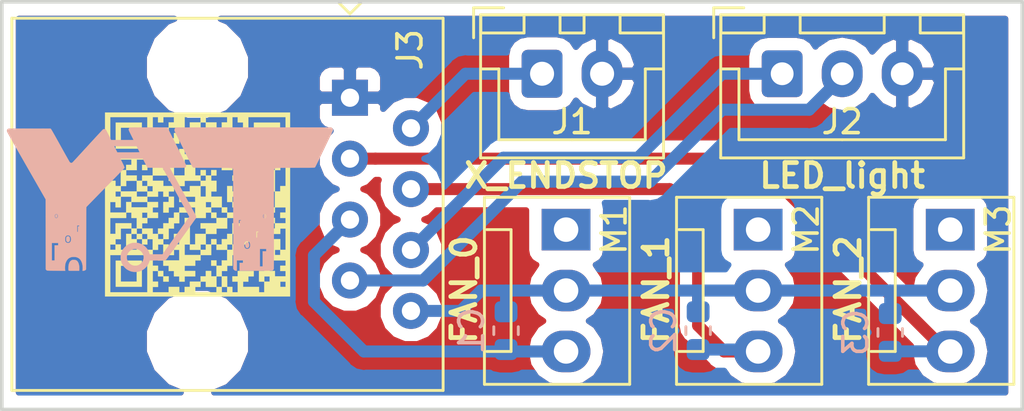
<source format=kicad_pcb>
(kicad_pcb (version 20171130) (host pcbnew 5.0.2-bee76a0~70~ubuntu18.04.1)

  (general
    (thickness 1.6)
    (drawings 11)
    (tracks 42)
    (zones 0)
    (modules 11)
    (nets 12)
  )

  (page A4)
  (layers
    (0 F.Cu signal)
    (31 B.Cu signal)
    (32 B.Adhes user)
    (33 F.Adhes user)
    (34 B.Paste user)
    (35 F.Paste user)
    (36 B.SilkS user)
    (37 F.SilkS user)
    (38 B.Mask user)
    (39 F.Mask user)
    (40 Dwgs.User user)
    (41 Cmts.User user)
    (42 Eco1.User user)
    (43 Eco2.User user)
    (44 Edge.Cuts user)
    (45 Margin user)
    (46 B.CrtYd user)
    (47 F.CrtYd user)
    (48 B.Fab user hide)
    (49 F.Fab user hide)
  )

  (setup
    (last_trace_width 0.5)
    (trace_clearance 0.2)
    (zone_clearance 0.508)
    (zone_45_only no)
    (trace_min 0.2)
    (segment_width 0.2)
    (edge_width 0.15)
    (via_size 0.8)
    (via_drill 0.4)
    (via_min_size 0.4)
    (via_min_drill 0.3)
    (uvia_size 0.3)
    (uvia_drill 0.1)
    (uvias_allowed no)
    (uvia_min_size 0.2)
    (uvia_min_drill 0.1)
    (pcb_text_width 0.3)
    (pcb_text_size 1.5 1.5)
    (mod_edge_width 0.15)
    (mod_text_size 1 1)
    (mod_text_width 0.15)
    (pad_size 1.524 1.524)
    (pad_drill 0.762)
    (pad_to_mask_clearance 0.051)
    (solder_mask_min_width 0.25)
    (aux_axis_origin 0 0)
    (visible_elements FFFFFF7F)
    (pcbplotparams
      (layerselection 0x010fc_ffffffff)
      (usegerberextensions false)
      (usegerberattributes false)
      (usegerberadvancedattributes false)
      (creategerberjobfile false)
      (excludeedgelayer true)
      (linewidth 0.150000)
      (plotframeref false)
      (viasonmask false)
      (mode 1)
      (useauxorigin false)
      (hpglpennumber 1)
      (hpglpenspeed 20)
      (hpglpendiameter 15.000000)
      (psnegative false)
      (psa4output false)
      (plotreference true)
      (plotvalue true)
      (plotinvisibletext false)
      (padsonsilk false)
      (subtractmaskfromsilk false)
      (outputformat 1)
      (mirror false)
      (drillshape 1)
      (scaleselection 1)
      (outputdirectory ""))
  )

  (net 0 "")
  (net 1 +12V)
  (net 2 FAN0_PWR)
  (net 3 FAN1_PWR)
  (net 4 FAN2_PWR)
  (net 5 X-endstop)
  (net 6 GND)
  (net 7 LED_VCC)
  (net 8 LED_PWR)
  (net 9 "Net-(M1-Pad1)")
  (net 10 "Net-(M2-Pad1)")
  (net 11 "Net-(M3-Pad1)")

  (net_class Default "This is the default net class."
    (clearance 0.2)
    (trace_width 0.5)
    (via_dia 0.8)
    (via_drill 0.4)
    (uvia_dia 0.3)
    (uvia_drill 0.1)
    (add_net +12V)
    (add_net FAN0_PWR)
    (add_net FAN1_PWR)
    (add_net FAN2_PWR)
    (add_net GND)
    (add_net LED_PWR)
    (add_net LED_VCC)
    (add_net "Net-(M1-Pad1)")
    (add_net "Net-(M2-Pad1)")
    (add_net "Net-(M3-Pad1)")
    (add_net X-endstop)
  )

  (module TCY_logo:#QR_3D_PREBO_small (layer F.Cu) (tedit 0) (tstamp 5C6F2401)
    (at 95.65 87.45)
    (fp_text reference G*** (at 0 0) (layer F.SilkS) hide
      (effects (font (size 1.524 1.524) (thickness 0.3)))
    )
    (fp_text value LOGO (at 0.75 0) (layer F.SilkS) hide
      (effects (font (size 1.524 1.524) (thickness 0.3)))
    )
    (fp_poly (pts (xy -0.979714 0.119743) (xy -1.201057 0.119743) (xy -1.201057 0.341086) (xy -1.4224 0.341086)
      (xy -1.4224 -0.1016) (xy -1.201057 -0.1016) (xy -1.201057 -0.322943) (xy -0.979714 -0.322943)
      (xy -0.979714 0.119743)) (layer F.SilkS) (width 0.01))
    (fp_poly (pts (xy 0.791028 0.562429) (xy 0.569686 0.562429) (xy 0.569686 0.341086) (xy 0.791028 0.341086)
      (xy 0.791028 0.562429)) (layer F.SilkS) (width 0.01))
    (fp_poly (pts (xy -0.758372 0.783771) (xy -0.979714 0.783771) (xy -0.979714 1.005114) (xy -1.201057 1.005114)
      (xy -1.201057 1.4478) (xy -1.4224 1.4478) (xy -1.4224 1.226457) (xy -1.643743 1.226457)
      (xy -1.643743 1.005114) (xy -1.4224 1.005114) (xy -1.4224 0.783771) (xy -1.201057 0.783771)
      (xy -1.201057 0.562429) (xy -0.979714 0.562429) (xy -0.979714 0.341086) (xy -0.758372 0.341086)
      (xy -0.758372 0.783771)) (layer F.SilkS) (width 0.01))
    (fp_poly (pts (xy 3.436257 -2.325914) (xy 2.351314 -2.325914) (xy 2.351314 -3.2004) (xy 2.561771 -3.2004)
      (xy 2.561771 -2.536371) (xy 3.2258 -2.536371) (xy 3.2258 -3.2004) (xy 2.561771 -3.2004)
      (xy 2.351314 -3.2004) (xy 2.351314 -3.410857) (xy 3.436257 -3.410857) (xy 3.436257 -2.325914)) (layer F.SilkS) (width 0.01))
    (fp_poly (pts (xy -2.318657 -2.325914) (xy -3.4036 -2.325914) (xy -3.4036 -3.2004) (xy -3.193143 -3.2004)
      (xy -3.193143 -2.536371) (xy -2.529114 -2.536371) (xy -2.529114 -3.2004) (xy -3.193143 -3.2004)
      (xy -3.4036 -3.2004) (xy -3.4036 -3.410857) (xy -2.318657 -3.410857) (xy -2.318657 -2.325914)) (layer F.SilkS) (width 0.01))
    (fp_poly (pts (xy 0.791028 -3.2004) (xy 0.348343 -3.2004) (xy 0.348343 -3.421743) (xy 0.791028 -3.421743)
      (xy 0.791028 -3.2004)) (layer F.SilkS) (width 0.01))
    (fp_poly (pts (xy -1.201057 -2.979057) (xy -1.4224 -2.979057) (xy -1.4224 -3.2004) (xy -1.201057 -3.2004)
      (xy -1.201057 -2.979057)) (layer F.SilkS) (width 0.01))
    (fp_poly (pts (xy 0.348343 -2.093686) (xy 0.127 -2.093686) (xy 0.127 -2.536371) (xy 0.348343 -2.536371)
      (xy 0.348343 -2.093686)) (layer F.SilkS) (width 0.01))
    (fp_poly (pts (xy 0.348343 -1.651) (xy 0.127 -1.651) (xy 0.127 -1.872343) (xy 0.348343 -1.872343)
      (xy 0.348343 -1.651)) (layer F.SilkS) (width 0.01))
    (fp_poly (pts (xy 0.569686 -1.651) (xy 0.569686 -1.872343) (xy 0.791028 -1.872343) (xy 0.791028 -2.093686)
      (xy 1.012371 -2.093686) (xy 1.012371 -2.315029) (xy 1.233714 -2.315029) (xy 1.233714 -2.093686)
      (xy 1.455057 -2.093686) (xy 1.455057 -2.315029) (xy 1.6764 -2.315029) (xy 1.6764 -1.872343)
      (xy 1.012371 -1.872343) (xy 1.012371 -1.651) (xy 0.569686 -1.651)) (layer F.SilkS) (width 0.01))
    (fp_poly (pts (xy 1.455057 -1.651) (xy 1.455057 -1.429657) (xy 1.012371 -1.429657) (xy 1.012371 -1.651)
      (xy 1.455057 -1.651)) (layer F.SilkS) (width 0.01))
    (fp_poly (pts (xy -2.086429 -1.429657) (xy -2.307772 -1.429657) (xy -2.307772 -1.651) (xy -2.086429 -1.651)
      (xy -2.086429 -1.429657)) (layer F.SilkS) (width 0.01))
    (fp_poly (pts (xy 1.6764 -0.322943) (xy 1.455057 -0.322943) (xy 1.455057 -0.1016) (xy 1.233714 -0.1016)
      (xy 1.233714 -0.765629) (xy 1.455057 -0.765629) (xy 1.455057 -0.544286) (xy 1.6764 -0.544286)
      (xy 1.6764 -0.322943)) (layer F.SilkS) (width 0.01))
    (fp_poly (pts (xy 1.897743 0.119743) (xy 1.455057 0.119743) (xy 1.455057 -0.1016) (xy 1.6764 -0.1016)
      (xy 1.6764 -0.322943) (xy 1.897743 -0.322943) (xy 1.897743 0.119743)) (layer F.SilkS) (width 0.01))
    (fp_poly (pts (xy 1.6764 -0.765629) (xy 1.897743 -0.765629) (xy 1.897743 -0.544286) (xy 1.6764 -0.544286)
      (xy 1.6764 -0.765629)) (layer F.SilkS) (width 0.01))
    (fp_poly (pts (xy 1.897743 -0.544286) (xy 2.119086 -0.544286) (xy 2.119086 -0.322943) (xy 1.897743 -0.322943)
      (xy 1.897743 -0.544286)) (layer F.SilkS) (width 0.01))
    (fp_poly (pts (xy 2.561771 -0.765629) (xy 2.119086 -0.765629) (xy 2.119086 -1.208314) (xy 2.340428 -1.208314)
      (xy 2.340428 -0.986971) (xy 2.561771 -0.986971) (xy 2.561771 -1.208314) (xy 2.783114 -1.208314)
      (xy 2.783114 -0.765629) (xy 3.004457 -0.765629) (xy 3.004457 -1.429657) (xy 3.2258 -1.429657)
      (xy 3.2258 -0.544286) (xy 2.783114 -0.544286) (xy 2.783114 -0.322943) (xy 2.561771 -0.322943)
      (xy 2.561771 -0.765629)) (layer F.SilkS) (width 0.01))
    (fp_poly (pts (xy 3.2258 -1.651) (xy 3.447143 -1.651) (xy 3.447143 -1.429657) (xy 3.2258 -1.429657)
      (xy 3.2258 -1.651)) (layer F.SilkS) (width 0.01))
    (fp_poly (pts (xy 3.004457 -0.1016) (xy 2.783114 -0.1016) (xy 2.783114 -0.322943) (xy 3.004457 -0.322943)
      (xy 3.004457 -0.1016)) (layer F.SilkS) (width 0.01))
    (fp_poly (pts (xy 2.561771 0.341086) (xy 2.340428 0.341086) (xy 2.340428 -0.322943) (xy 2.561771 -0.322943)
      (xy 2.561771 0.341086)) (layer F.SilkS) (width 0.01))
    (fp_poly (pts (xy 3.004457 0.119743) (xy 3.2258 0.119743) (xy 3.2258 0.341086) (xy 3.004457 0.341086)
      (xy 3.004457 0.119743)) (layer F.SilkS) (width 0.01))
    (fp_poly (pts (xy 3.004457 0.562429) (xy 3.2258 0.562429) (xy 3.2258 0.783771) (xy 2.783114 0.783771)
      (xy 2.783114 0.341086) (xy 3.004457 0.341086) (xy 3.004457 0.562429)) (layer F.SilkS) (width 0.01))
    (fp_poly (pts (xy 2.561771 2.554514) (xy 1.897743 2.554514) (xy 1.897743 2.111829) (xy 2.119086 2.111829)
      (xy 2.119086 2.333171) (xy 2.340428 2.333171) (xy 2.340428 2.111829) (xy 2.119086 2.111829)
      (xy 1.897743 2.111829) (xy 1.897743 1.890486) (xy 2.561771 1.890486) (xy 2.561771 2.554514)) (layer F.SilkS) (width 0.01))
    (fp_poly (pts (xy -1.643743 2.9972) (xy -1.643743 2.775857) (xy -1.4224 2.775857) (xy -1.4224 2.9972)
      (xy -1.643743 2.9972)) (layer F.SilkS) (width 0.01))
    (fp_poly (pts (xy -1.201057 2.9972) (xy -1.201057 3.218543) (xy -1.4224 3.218543) (xy -1.4224 2.9972)
      (xy -1.201057 2.9972)) (layer F.SilkS) (width 0.01))
    (fp_poly (pts (xy 0.791028 2.554514) (xy 1.012371 2.554514) (xy 1.012371 2.333171) (xy 1.233714 2.333171)
      (xy 1.233714 1.890486) (xy 1.455057 1.890486) (xy 1.455057 1.669143) (xy 1.6764 1.669143)
      (xy 1.6764 2.111829) (xy 1.455057 2.111829) (xy 1.455057 2.554514) (xy 1.233714 2.554514)
      (xy 1.233714 2.775857) (xy 1.012371 2.775857) (xy 1.012371 2.9972) (xy 0.791028 2.9972)
      (xy 0.791028 2.554514)) (layer F.SilkS) (width 0.01))
    (fp_poly (pts (xy -0.315686 -1.872343) (xy -0.537029 -1.872343) (xy -0.537029 -1.651) (xy -0.094343 -1.651)
      (xy -0.094343 -1.208314) (xy 0.127 -1.208314) (xy 0.127 -0.986971) (xy 0.348343 -0.986971)
      (xy 0.348343 -1.208314) (xy 0.127 -1.208314) (xy 0.127 -1.429657) (xy 0.348343 -1.429657)
      (xy 0.348343 -1.208314) (xy 0.569686 -1.208314) (xy 0.569686 -0.986971) (xy 0.791028 -0.986971)
      (xy 0.791028 -0.544286) (xy 0.569686 -0.544286) (xy 0.569686 -0.322943) (xy 1.012371 -0.322943)
      (xy 1.012371 0.119743) (xy 0.569686 0.119743) (xy 0.569686 0.341086) (xy 0.348343 0.341086)
      (xy 0.348343 0.562429) (xy -0.094343 0.562429) (xy -0.094343 0.119743) (xy -0.315686 0.119743)
      (xy -0.315686 0.341086) (xy -0.758372 0.341086) (xy -0.758372 0.119743) (xy -0.537029 0.119743)
      (xy -0.537029 -0.1016) (xy -0.758372 -0.1016) (xy -0.758372 -0.322943) (xy -0.537029 -0.322943)
      (xy -0.537029 -0.1016) (xy -0.094343 -0.1016) (xy 0.348343 -0.1016) (xy 0.348343 0.119743)
      (xy 0.569686 0.119743) (xy 0.569686 -0.1016) (xy 0.348343 -0.1016) (xy -0.094343 -0.1016)
      (xy -0.094343 -0.322943) (xy -0.537029 -0.322943) (xy -0.758372 -0.322943) (xy -0.758372 -0.544286)
      (xy -0.315686 -0.544286) (xy -0.315686 -0.765629) (xy 0.127 -0.765629) (xy 0.127 -0.322943)
      (xy 0.348343 -0.322943) (xy 0.348343 -0.765629) (xy 0.127 -0.765629) (xy 0.127 -0.986971)
      (xy -0.537029 -0.986971) (xy -0.537029 -0.765629) (xy -0.979714 -0.765629) (xy -0.979714 -0.986971)
      (xy -1.201057 -0.986971) (xy -1.201057 -1.208314) (xy -1.865086 -1.208314) (xy -1.865086 -1.651)
      (xy -1.4224 -1.651) (xy -1.4224 -1.429657) (xy -1.201057 -1.429657) (xy -1.201057 -1.651)
      (xy -0.979714 -1.651) (xy -0.979714 -1.208314) (xy -0.537029 -1.208314) (xy -0.537029 -1.651)
      (xy -0.979714 -1.651) (xy -1.201057 -1.651) (xy -1.4224 -1.651) (xy -1.865086 -1.651)
      (xy -1.865086 -1.872343) (xy -1.4224 -1.872343) (xy -1.4224 -2.093686) (xy -1.201057 -2.093686)
      (xy -1.201057 -1.872343) (xy -0.979714 -1.872343) (xy -0.979714 -2.093686) (xy -1.201057 -2.093686)
      (xy -1.201057 -2.315029) (xy -0.979714 -2.315029) (xy -0.979714 -2.093686) (xy -0.758372 -2.093686)
      (xy -0.758372 -2.315029) (xy -0.537029 -2.315029) (xy -0.537029 -2.093686) (xy -0.315686 -2.093686)
      (xy -0.315686 -1.872343)) (layer F.SilkS) (width 0.01))
    (fp_poly (pts (xy 0.791028 3.439886) (xy 0.348343 3.439886) (xy 0.348343 3.218543) (xy 0.127 3.218543)
      (xy 0.127 2.9972) (xy 0.348343 2.9972) (xy 0.348343 2.775857) (xy 0.569686 2.775857)
      (xy 0.569686 2.9972) (xy 0.791028 2.9972) (xy 0.791028 3.439886)) (layer F.SilkS) (width 0.01))
    (fp_poly (pts (xy 0.791028 1.890486) (xy 0.791028 1.669143) (xy 1.012371 1.669143) (xy 1.012371 1.4478)
      (xy 1.233714 1.4478) (xy 1.233714 1.226457) (xy 1.455057 1.226457) (xy 1.455057 1.669143)
      (xy 1.233714 1.669143) (xy 1.233714 1.890486) (xy 0.791028 1.890486)) (layer F.SilkS) (width 0.01))
    (fp_poly (pts (xy 0.569686 1.669143) (xy 0.569686 1.4478) (xy 0.791028 1.4478) (xy 0.791028 1.669143)
      (xy 0.569686 1.669143)) (layer F.SilkS) (width 0.01))
    (fp_poly (pts (xy 0.569686 2.111829) (xy 0.127 2.111829) (xy 0.127 2.333171) (xy -0.094343 2.333171)
      (xy -0.094343 2.554514) (xy -0.537029 2.554514) (xy -0.537029 2.775857) (xy -0.094343 2.775857)
      (xy -0.094343 2.9972) (xy -0.537029 2.9972) (xy -0.537029 3.218543) (xy -0.758372 3.218543)
      (xy -0.758372 2.9972) (xy -0.979714 2.9972) (xy -0.979714 2.775857) (xy -1.201057 2.775857)
      (xy -1.201057 2.554514) (xy -1.4224 2.554514) (xy -1.4224 2.333171) (xy -1.643743 2.333171)
      (xy -1.643743 2.111829) (xy -1.4224 2.111829) (xy -1.4224 2.333171) (xy -0.758372 2.333171)
      (xy -0.758372 1.890486) (xy -0.979714 1.890486) (xy -0.979714 2.111829) (xy -1.4224 2.111829)
      (xy -1.4224 1.669143) (xy -1.201057 1.669143) (xy -1.201057 1.890486) (xy -0.979714 1.890486)
      (xy -0.979714 1.669143) (xy -0.758372 1.669143) (xy -0.537029 1.669143) (xy -0.537029 2.111829)
      (xy 0.127 2.111829) (xy 0.127 1.890486) (xy -0.315686 1.890486) (xy -0.315686 1.669143)
      (xy -0.537029 1.669143) (xy -0.758372 1.669143) (xy -0.758372 1.4478) (xy -0.979714 1.4478)
      (xy -0.979714 1.226457) (xy -0.537029 1.226457) (xy -0.537029 0.562429) (xy -0.315686 0.562429)
      (xy -0.315686 1.669143) (xy -0.094343 1.669143) (xy 0.127 1.669143) (xy 0.127 1.890486)
      (xy 0.348343 1.890486) (xy 0.348343 1.669143) (xy 0.127 1.669143) (xy -0.094343 1.669143)
      (xy -0.094343 1.226457) (xy 0.348343 1.226457) (xy 0.348343 1.669143) (xy 0.569686 1.669143)
      (xy 0.569686 2.111829)) (layer F.SilkS) (width 0.01))
    (fp_poly (pts (xy -0.315686 -2.315029) (xy -0.094343 -2.315029) (xy -0.094343 -2.093686) (xy -0.315686 -2.093686)
      (xy -0.315686 -2.315029)) (layer F.SilkS) (width 0.01))
    (fp_poly (pts (xy 0.569686 2.554514) (xy 0.569686 2.333171) (xy 0.791028 2.333171) (xy 0.791028 2.554514)
      (xy 0.569686 2.554514)) (layer F.SilkS) (width 0.01))
    (fp_poly (pts (xy 0.348343 1.005114) (xy 0.127 1.005114) (xy 0.127 0.783771) (xy 0.791028 0.783771)
      (xy 0.791028 0.562429) (xy 1.233714 0.562429) (xy 1.233714 1.005114) (xy 0.791028 1.005114)
      (xy 0.791028 1.226457) (xy 0.348343 1.226457) (xy 0.348343 1.005114)) (layer F.SilkS) (width 0.01))
    (fp_poly (pts (xy 1.233714 0.341086) (xy 1.6764 0.341086) (xy 1.6764 0.562429) (xy 1.233714 0.562429)
      (xy 1.233714 0.341086)) (layer F.SilkS) (width 0.01))
    (fp_poly (pts (xy 1.012371 0.341086) (xy 1.012371 0.119743) (xy 1.233714 0.119743) (xy 1.233714 0.341086)
      (xy 1.012371 0.341086)) (layer F.SilkS) (width 0.01))
    (fp_poly (pts (xy 0.569686 -1.429657) (xy 0.791028 -1.429657) (xy 0.791028 -1.208314) (xy 0.569686 -1.208314)
      (xy 0.569686 -1.429657)) (layer F.SilkS) (width 0.01))
    (fp_poly (pts (xy -2.086429 0.783771) (xy -2.307772 0.783771) (xy -2.307772 1.005114) (xy -2.529114 1.005114)
      (xy -2.529114 0.562429) (xy -2.750457 0.562429) (xy -2.750457 0.341086) (xy -2.307772 0.341086)
      (xy -2.307772 0.562429) (xy -2.086429 0.562429) (xy -2.086429 0.341086) (xy -2.307772 0.341086)
      (xy -2.750457 0.341086) (xy -2.9718 0.341086) (xy -2.9718 -0.1016) (xy -2.750457 -0.1016)
      (xy -2.750457 0.119743) (xy -2.086429 0.119743) (xy -2.086429 -0.1016) (xy -1.643743 -0.1016)
      (xy -1.643743 0.119743) (xy -1.865086 0.119743) (xy -1.865086 0.341086) (xy -1.643743 0.341086)
      (xy -1.643743 0.562429) (xy -2.086429 0.562429) (xy -2.086429 0.783771)) (layer F.SilkS) (width 0.01))
    (fp_poly (pts (xy -2.086429 1.669143) (xy -2.307772 1.669143) (xy -2.307772 1.4478) (xy -2.086429 1.4478)
      (xy -2.086429 1.669143)) (layer F.SilkS) (width 0.01))
    (fp_poly (pts (xy -2.529114 1.4478) (xy -2.529114 1.226457) (xy -2.307772 1.226457) (xy -2.307772 1.4478)
      (xy -2.529114 1.4478)) (layer F.SilkS) (width 0.01))
    (fp_poly (pts (xy -2.750457 1.226457) (xy -2.750457 1.005114) (xy -2.529114 1.005114) (xy -2.529114 1.226457)
      (xy -2.750457 1.226457)) (layer F.SilkS) (width 0.01))
    (fp_poly (pts (xy -2.750457 -0.322943) (xy -3.193143 -0.322943) (xy -3.193143 -0.544286) (xy -2.529114 -0.544286)
      (xy -2.529114 -0.322943) (xy -2.086429 -0.322943) (xy -2.086429 -0.1016) (xy -2.750457 -0.1016)
      (xy -2.750457 -0.322943)) (layer F.SilkS) (width 0.01))
    (fp_poly (pts (xy -2.529114 -0.986971) (xy -2.307772 -0.986971) (xy -2.307772 -0.765629) (xy -2.086429 -0.765629)
      (xy -2.086429 -0.544286) (xy -2.529114 -0.544286) (xy -2.529114 -0.986971)) (layer F.SilkS) (width 0.01))
    (fp_poly (pts (xy -2.086429 1.226457) (xy -2.307772 1.226457) (xy -2.307772 1.005114) (xy -1.865086 1.005114)
      (xy -1.865086 1.226457) (xy -1.643743 1.226457) (xy -1.643743 1.4478) (xy -1.4224 1.4478)
      (xy -1.4224 1.669143) (xy -1.643743 1.669143) (xy -1.643743 1.890486) (xy -1.865086 1.890486)
      (xy -1.865086 1.4478) (xy -2.086429 1.4478) (xy -2.086429 1.226457)) (layer F.SilkS) (width 0.01))
    (fp_poly (pts (xy -2.307772 -1.208314) (xy -1.865086 -1.208314) (xy -1.865086 -0.986971) (xy -1.4224 -0.986971)
      (xy -1.4224 -0.765629) (xy -0.979714 -0.765629) (xy -0.979714 -0.544286) (xy -1.201057 -0.544286)
      (xy -1.201057 -0.322943) (xy -1.4224 -0.322943) (xy -1.4224 -0.544286) (xy -1.643743 -0.544286)
      (xy -1.643743 -0.322943) (xy -2.086429 -0.322943) (xy -2.086429 -0.544286) (xy -1.865086 -0.544286)
      (xy -1.865086 -0.765629) (xy -2.086429 -0.765629) (xy -2.086429 -0.986971) (xy -2.307772 -0.986971)
      (xy -2.307772 -1.208314)) (layer F.SilkS) (width 0.01))
    (fp_poly (pts (xy -2.9718 -0.986971) (xy -2.9718 -0.765629) (xy -3.193143 -0.765629) (xy -3.193143 -1.429657)
      (xy -2.9718 -1.429657) (xy -2.9718 -1.208314) (xy -2.529114 -1.208314) (xy -2.529114 -0.986971)
      (xy -2.9718 -0.986971)) (layer F.SilkS) (width 0.01))
    (fp_poly (pts (xy 1.233714 3.439886) (xy 1.012371 3.439886) (xy 1.012371 2.9972) (xy 1.233714 2.9972)
      (xy 1.233714 3.439886)) (layer F.SilkS) (width 0.01))
    (fp_poly (pts (xy -2.318657 3.429) (xy -3.4036 3.429) (xy -3.4036 2.554514) (xy -3.193143 2.554514)
      (xy -3.193143 3.218543) (xy -2.529114 3.218543) (xy -2.529114 2.554514) (xy -3.193143 2.554514)
      (xy -3.4036 2.554514) (xy -3.4036 2.344057) (xy -2.318657 2.344057) (xy -2.318657 3.429)) (layer F.SilkS) (width 0.01))
    (fp_poly (pts (xy 3.853543 3.8354) (xy -3.849914 3.8354) (xy -3.849914 2.111829) (xy -3.635829 2.111829)
      (xy -3.635829 3.661229) (xy -2.086429 3.661229) (xy -2.086429 2.111829) (xy -3.635829 2.111829)
      (xy -3.849914 2.111829) (xy -3.849914 1.669143) (xy -3.635829 1.669143) (xy -3.635829 1.890486)
      (xy -3.414486 1.890486) (xy -3.414486 1.669143) (xy -3.635829 1.669143) (xy -3.849914 1.669143)
      (xy -3.849914 -1.872343) (xy -3.635829 -1.872343) (xy -3.635829 -1.429657) (xy -3.414486 -1.429657)
      (xy -3.414486 -1.208314) (xy -3.635829 -1.208314) (xy -3.635829 -0.986971) (xy -3.414486 -0.986971)
      (xy -3.414486 -0.765629) (xy -3.193143 -0.765629) (xy -3.193143 -0.544286) (xy -3.414486 -0.544286)
      (xy -3.414486 -0.322943) (xy -3.193143 -0.322943) (xy -3.193143 0.119743) (xy -3.414486 0.119743)
      (xy -3.414486 -0.1016) (xy -3.635829 -0.1016) (xy -3.635829 0.341086) (xy -2.9718 0.341086)
      (xy -2.9718 0.562429) (xy -3.635829 0.562429) (xy -3.635829 1.226457) (xy -3.414486 1.226457)
      (xy -3.414486 0.783771) (xy -2.750457 0.783771) (xy -2.750457 1.005114) (xy -3.193143 1.005114)
      (xy -3.193143 1.4478) (xy -3.414486 1.4478) (xy -3.414486 1.669143) (xy -3.193143 1.669143)
      (xy -3.193143 1.890486) (xy -2.9718 1.890486) (xy -2.9718 1.669143) (xy -2.750457 1.669143)
      (xy -2.750457 1.890486) (xy -2.529114 1.890486) (xy -2.529114 1.669143) (xy -2.750457 1.669143)
      (xy -2.9718 1.669143) (xy -2.9718 1.226457) (xy -2.750457 1.226457) (xy -2.750457 1.4478)
      (xy -2.529114 1.4478) (xy -2.529114 1.669143) (xy -2.307772 1.669143) (xy -2.307772 1.890486)
      (xy -1.865086 1.890486) (xy -1.865086 2.554514) (xy -1.643743 2.554514) (xy -1.643743 2.775857)
      (xy -1.865086 2.775857) (xy -1.865086 3.218543) (xy -1.643743 3.218543) (xy -1.643743 3.439886)
      (xy -1.865086 3.439886) (xy -1.865086 3.661229) (xy -1.201057 3.661229) (xy -1.201057 3.439886)
      (xy -0.758372 3.439886) (xy -0.758372 3.661229) (xy -0.537029 3.661229) (xy -0.537029 3.439886)
      (xy -0.315686 3.439886) (xy -0.315686 3.218543) (xy 0.127 3.218543) (xy 0.127 3.439886)
      (xy -0.094343 3.439886) (xy -0.094343 3.661229) (xy 0.791028 3.661229) (xy 0.791028 3.439886)
      (xy 1.012371 3.439886) (xy 1.012371 3.661229) (xy 1.233714 3.661229) (xy 1.233714 3.439886)
      (xy 1.455057 3.439886) (xy 1.455057 3.661229) (xy 1.6764 3.661229) (xy 1.6764 3.218543)
      (xy 1.455057 3.218543) (xy 1.455057 2.9972) (xy 1.6764 2.9972) (xy 1.6764 2.775857)
      (xy 2.340428 2.775857) (xy 2.340428 2.9972) (xy 2.119086 2.9972) (xy 2.119086 3.218543)
      (xy 1.897743 3.218543) (xy 1.897743 3.439886) (xy 2.561771 3.439886) (xy 2.561771 3.661229)
      (xy 2.783114 3.661229) (xy 2.783114 3.218543) (xy 2.561771 3.218543) (xy 2.561771 2.9972)
      (xy 2.783114 2.9972) (xy 2.783114 3.218543) (xy 3.004457 3.218543) (xy 3.447143 3.218543)
      (xy 3.447143 3.439886) (xy 3.668486 3.439886) (xy 3.668486 3.218543) (xy 3.447143 3.218543)
      (xy 3.004457 3.218543) (xy 3.004457 2.9972) (xy 2.783114 2.9972) (xy 2.561771 2.9972)
      (xy 2.561771 2.775857) (xy 2.783114 2.775857) (xy 2.783114 2.554514) (xy 3.004457 2.554514)
      (xy 3.004457 2.775857) (xy 3.2258 2.775857) (xy 3.2258 2.9972) (xy 3.668486 2.9972)
      (xy 3.668486 2.775857) (xy 3.447143 2.775857) (xy 3.447143 2.554514) (xy 3.668486 2.554514)
      (xy 3.668486 2.333171) (xy 2.783114 2.333171) (xy 2.783114 2.111829) (xy 3.004457 2.111829)
      (xy 3.004457 1.890486) (xy 3.2258 1.890486) (xy 3.2258 2.111829) (xy 3.447143 2.111829)
      (xy 3.447143 1.890486) (xy 3.2258 1.890486) (xy 3.004457 1.890486) (xy 3.004457 1.669143)
      (xy 2.783114 1.669143) (xy 2.783114 1.4478) (xy 2.340428 1.4478) (xy 2.340428 1.226457)
      (xy 1.897743 1.226457) (xy 1.897743 1.4478) (xy 2.119086 1.4478) (xy 2.119086 1.669143)
      (xy 1.6764 1.669143) (xy 1.6764 1.226457) (xy 1.455057 1.226457) (xy 1.455057 0.783771)
      (xy 1.897743 0.783771) (xy 1.897743 0.341086) (xy 2.340428 0.341086) (xy 2.340428 0.562429)
      (xy 2.561771 0.562429) (xy 2.561771 0.783771) (xy 2.340428 0.783771) (xy 2.340428 1.005114)
      (xy 2.783114 1.005114) (xy 2.783114 1.226457) (xy 3.004457 1.226457) (xy 3.004457 1.4478)
      (xy 3.447143 1.4478) (xy 3.447143 1.890486) (xy 3.668486 1.890486) (xy 3.668486 1.005114)
      (xy 3.447143 1.005114) (xy 3.447143 1.226457) (xy 3.004457 1.226457) (xy 3.004457 1.005114)
      (xy 3.2258 1.005114) (xy 3.2258 0.783771) (xy 3.668486 0.783771) (xy 3.668486 0.562429)
      (xy 3.447143 0.562429) (xy 3.447143 0.341086) (xy 3.668486 0.341086) (xy 3.668486 0.119743)
      (xy 3.2258 0.119743) (xy 3.2258 -0.544286) (xy 3.447143 -0.544286) (xy 3.447143 -0.765629)
      (xy 3.668486 -0.765629) (xy 3.668486 -1.872343) (xy 3.2258 -1.872343) (xy 3.2258 -1.651)
      (xy 3.004457 -1.651) (xy 3.004457 -1.872343) (xy 2.783114 -1.872343) (xy 2.783114 -1.429657)
      (xy 2.561771 -1.429657) (xy 2.561771 -1.651) (xy 2.340428 -1.651) (xy 2.340428 -1.872343)
      (xy 2.119086 -1.872343) (xy 2.119086 -1.208314) (xy 1.897743 -1.208314) (xy 1.897743 -0.986971)
      (xy 1.455057 -0.986971) (xy 1.455057 -1.208314) (xy 1.6764 -1.208314) (xy 1.6764 -1.651)
      (xy 1.897743 -1.651) (xy 1.897743 -2.315029) (xy 1.6764 -2.315029) (xy 1.6764 -2.536371)
      (xy 1.897743 -2.536371) (xy 1.897743 -3.421743) (xy 1.6764 -3.421743) (xy 1.6764 -3.643086)
      (xy 2.119086 -3.643086) (xy 2.119086 -2.093686) (xy 3.668486 -2.093686) (xy 3.668486 -3.643086)
      (xy 2.119086 -3.643086) (xy 1.6764 -3.643086) (xy 1.455057 -3.643086) (xy 1.455057 -3.2004)
      (xy 1.6764 -3.2004) (xy 1.6764 -2.757714) (xy 1.233714 -2.757714) (xy 1.233714 -2.536371)
      (xy 1.012371 -2.536371) (xy 1.012371 -2.315029) (xy 0.791028 -2.315029) (xy 0.791028 -2.093686)
      (xy 0.569686 -2.093686) (xy 0.569686 -2.757714) (xy 0.791028 -2.757714) (xy 0.791028 -2.979057)
      (xy 1.012371 -2.979057) (xy 1.012371 -2.757714) (xy 1.233714 -2.757714) (xy 1.233714 -2.979057)
      (xy 1.012371 -2.979057) (xy 0.791028 -2.979057) (xy 0.791028 -3.2004) (xy 1.012371 -3.2004)
      (xy 1.012371 -3.421743) (xy 1.233714 -3.421743) (xy 1.233714 -3.643086) (xy 0.348343 -3.643086)
      (xy 0.348343 -3.421743) (xy 0.127 -3.421743) (xy 0.127 -3.2004) (xy 0.348343 -3.2004)
      (xy 0.348343 -2.757714) (xy -0.094343 -2.757714) (xy -0.094343 -2.536371) (xy -0.315686 -2.536371)
      (xy -0.315686 -2.315029) (xy -0.537029 -2.315029) (xy -0.537029 -2.757714) (xy -0.758372 -2.757714)
      (xy -0.758372 -2.536371) (xy -1.201057 -2.536371) (xy -1.201057 -2.315029) (xy -1.4224 -2.315029)
      (xy -1.4224 -2.093686) (xy -1.643743 -2.093686) (xy -1.643743 -2.315029) (xy -1.865086 -2.315029)
      (xy -1.865086 -1.872343) (xy -2.529114 -1.872343) (xy -2.529114 -1.429657) (xy -2.9718 -1.429657)
      (xy -2.9718 -1.651) (xy -2.750457 -1.651) (xy -2.750457 -1.872343) (xy -3.193143 -1.872343)
      (xy -3.193143 -1.651) (xy -3.414486 -1.651) (xy -3.414486 -1.872343) (xy -3.635829 -1.872343)
      (xy -3.849914 -1.872343) (xy -3.849914 -3.643086) (xy -3.635829 -3.643086) (xy -3.635829 -2.093686)
      (xy -2.086429 -2.093686) (xy -2.086429 -2.979057) (xy -1.865086 -2.979057) (xy -1.865086 -2.757714)
      (xy -1.643743 -2.757714) (xy -1.643743 -2.979057) (xy -1.865086 -2.979057) (xy -2.086429 -2.979057)
      (xy -2.086429 -3.643086) (xy -1.865086 -3.643086) (xy -1.865086 -3.2004) (xy -1.643743 -3.2004)
      (xy -1.643743 -2.979057) (xy -1.4224 -2.979057) (xy -1.4224 -2.757714) (xy -0.979714 -2.757714)
      (xy -0.979714 -2.979057) (xy -0.315686 -2.979057) (xy -0.315686 -3.421743) (xy 0.127 -3.421743)
      (xy 0.127 -3.643086) (xy -0.537029 -3.643086) (xy -0.537029 -3.2004) (xy -1.201057 -3.2004)
      (xy -1.201057 -3.421743) (xy -0.979714 -3.421743) (xy -0.979714 -3.643086) (xy -1.4224 -3.643086)
      (xy -1.4224 -3.421743) (xy -1.643743 -3.421743) (xy -1.643743 -3.643086) (xy -1.865086 -3.643086)
      (xy -2.086429 -3.643086) (xy -3.635829 -3.643086) (xy -3.849914 -3.643086) (xy -3.849914 -3.831771)
      (xy 3.853543 -3.831771) (xy 3.853543 3.8354)) (layer F.SilkS) (width 0.01))
  )

  (module Capacitor_SMD:C_0603_1608Metric (layer B.Cu) (tedit 5B301BBE) (tstamp 5C67D059)
    (at 108.5 92.7125 270)
    (descr "Capacitor SMD 0603 (1608 Metric), square (rectangular) end terminal, IPC_7351 nominal, (Body size source: http://www.tortai-tech.com/upload/download/2011102023233369053.pdf), generated with kicad-footprint-generator")
    (tags capacitor)
    (path /5C5B5ABF)
    (attr smd)
    (fp_text reference C1 (at 0 1.43 270) (layer B.SilkS)
      (effects (font (size 1 1) (thickness 0.15)) (justify mirror))
    )
    (fp_text value 100nF (at 0 -1.43 270) (layer B.Fab)
      (effects (font (size 1 1) (thickness 0.15)) (justify mirror))
    )
    (fp_line (start -0.8 -0.4) (end -0.8 0.4) (layer B.Fab) (width 0.1))
    (fp_line (start -0.8 0.4) (end 0.8 0.4) (layer B.Fab) (width 0.1))
    (fp_line (start 0.8 0.4) (end 0.8 -0.4) (layer B.Fab) (width 0.1))
    (fp_line (start 0.8 -0.4) (end -0.8 -0.4) (layer B.Fab) (width 0.1))
    (fp_line (start -0.162779 0.51) (end 0.162779 0.51) (layer B.SilkS) (width 0.12))
    (fp_line (start -0.162779 -0.51) (end 0.162779 -0.51) (layer B.SilkS) (width 0.12))
    (fp_line (start -1.48 -0.73) (end -1.48 0.73) (layer B.CrtYd) (width 0.05))
    (fp_line (start -1.48 0.73) (end 1.48 0.73) (layer B.CrtYd) (width 0.05))
    (fp_line (start 1.48 0.73) (end 1.48 -0.73) (layer B.CrtYd) (width 0.05))
    (fp_line (start 1.48 -0.73) (end -1.48 -0.73) (layer B.CrtYd) (width 0.05))
    (fp_text user %R (at 0 0 270) (layer B.Fab)
      (effects (font (size 0.4 0.4) (thickness 0.06)) (justify mirror))
    )
    (pad 1 smd roundrect (at -0.7875 0 270) (size 0.875 0.95) (layers B.Cu B.Paste B.Mask) (roundrect_rratio 0.25)
      (net 1 +12V))
    (pad 2 smd roundrect (at 0.7875 0 270) (size 0.875 0.95) (layers B.Cu B.Paste B.Mask) (roundrect_rratio 0.25)
      (net 2 FAN0_PWR))
    (model ${KISYS3DMOD}/Capacitor_SMD.3dshapes/C_0603_1608Metric.wrl
      (at (xyz 0 0 0))
      (scale (xyz 1 1 1))
      (rotate (xyz 0 0 0))
    )
  )

  (module Capacitor_SMD:C_0603_1608Metric (layer B.Cu) (tedit 5B301BBE) (tstamp 5C67D06A)
    (at 116.5 92.7125 270)
    (descr "Capacitor SMD 0603 (1608 Metric), square (rectangular) end terminal, IPC_7351 nominal, (Body size source: http://www.tortai-tech.com/upload/download/2011102023233369053.pdf), generated with kicad-footprint-generator")
    (tags capacitor)
    (path /5C5B6401)
    (attr smd)
    (fp_text reference C2 (at 0 1.43 270) (layer B.SilkS)
      (effects (font (size 1 1) (thickness 0.15)) (justify mirror))
    )
    (fp_text value 100nF (at 0 -1.43 270) (layer B.Fab)
      (effects (font (size 1 1) (thickness 0.15)) (justify mirror))
    )
    (fp_text user %R (at 0 0 270) (layer B.Fab)
      (effects (font (size 0.4 0.4) (thickness 0.06)) (justify mirror))
    )
    (fp_line (start 1.48 -0.73) (end -1.48 -0.73) (layer B.CrtYd) (width 0.05))
    (fp_line (start 1.48 0.73) (end 1.48 -0.73) (layer B.CrtYd) (width 0.05))
    (fp_line (start -1.48 0.73) (end 1.48 0.73) (layer B.CrtYd) (width 0.05))
    (fp_line (start -1.48 -0.73) (end -1.48 0.73) (layer B.CrtYd) (width 0.05))
    (fp_line (start -0.162779 -0.51) (end 0.162779 -0.51) (layer B.SilkS) (width 0.12))
    (fp_line (start -0.162779 0.51) (end 0.162779 0.51) (layer B.SilkS) (width 0.12))
    (fp_line (start 0.8 -0.4) (end -0.8 -0.4) (layer B.Fab) (width 0.1))
    (fp_line (start 0.8 0.4) (end 0.8 -0.4) (layer B.Fab) (width 0.1))
    (fp_line (start -0.8 0.4) (end 0.8 0.4) (layer B.Fab) (width 0.1))
    (fp_line (start -0.8 -0.4) (end -0.8 0.4) (layer B.Fab) (width 0.1))
    (pad 2 smd roundrect (at 0.7875 0 270) (size 0.875 0.95) (layers B.Cu B.Paste B.Mask) (roundrect_rratio 0.25)
      (net 3 FAN1_PWR))
    (pad 1 smd roundrect (at -0.7875 0 270) (size 0.875 0.95) (layers B.Cu B.Paste B.Mask) (roundrect_rratio 0.25)
      (net 1 +12V))
    (model ${KISYS3DMOD}/Capacitor_SMD.3dshapes/C_0603_1608Metric.wrl
      (at (xyz 0 0 0))
      (scale (xyz 1 1 1))
      (rotate (xyz 0 0 0))
    )
  )

  (module Capacitor_SMD:C_0603_1608Metric (layer B.Cu) (tedit 5B301BBE) (tstamp 5C67D07B)
    (at 124.5 92.7875 270)
    (descr "Capacitor SMD 0603 (1608 Metric), square (rectangular) end terminal, IPC_7351 nominal, (Body size source: http://www.tortai-tech.com/upload/download/2011102023233369053.pdf), generated with kicad-footprint-generator")
    (tags capacitor)
    (path /5C5B699C)
    (attr smd)
    (fp_text reference C3 (at 0 1.43 270) (layer B.SilkS)
      (effects (font (size 1 1) (thickness 0.15)) (justify mirror))
    )
    (fp_text value 100nF (at 0 -1.43 270) (layer B.Fab)
      (effects (font (size 1 1) (thickness 0.15)) (justify mirror))
    )
    (fp_line (start -0.8 -0.4) (end -0.8 0.4) (layer B.Fab) (width 0.1))
    (fp_line (start -0.8 0.4) (end 0.8 0.4) (layer B.Fab) (width 0.1))
    (fp_line (start 0.8 0.4) (end 0.8 -0.4) (layer B.Fab) (width 0.1))
    (fp_line (start 0.8 -0.4) (end -0.8 -0.4) (layer B.Fab) (width 0.1))
    (fp_line (start -0.162779 0.51) (end 0.162779 0.51) (layer B.SilkS) (width 0.12))
    (fp_line (start -0.162779 -0.51) (end 0.162779 -0.51) (layer B.SilkS) (width 0.12))
    (fp_line (start -1.48 -0.73) (end -1.48 0.73) (layer B.CrtYd) (width 0.05))
    (fp_line (start -1.48 0.73) (end 1.48 0.73) (layer B.CrtYd) (width 0.05))
    (fp_line (start 1.48 0.73) (end 1.48 -0.73) (layer B.CrtYd) (width 0.05))
    (fp_line (start 1.48 -0.73) (end -1.48 -0.73) (layer B.CrtYd) (width 0.05))
    (fp_text user %R (at 0 0 270) (layer B.Fab)
      (effects (font (size 0.4 0.4) (thickness 0.06)) (justify mirror))
    )
    (pad 1 smd roundrect (at -0.7875 0 270) (size 0.875 0.95) (layers B.Cu B.Paste B.Mask) (roundrect_rratio 0.25)
      (net 1 +12V))
    (pad 2 smd roundrect (at 0.7875 0 270) (size 0.875 0.95) (layers B.Cu B.Paste B.Mask) (roundrect_rratio 0.25)
      (net 4 FAN2_PWR))
    (model ${KISYS3DMOD}/Capacitor_SMD.3dshapes/C_0603_1608Metric.wrl
      (at (xyz 0 0 0))
      (scale (xyz 1 1 1))
      (rotate (xyz 0 0 0))
    )
  )

  (module Connector_RJ:RJ45_Amphenol_54602-x08_Horizontal (layer F.Cu) (tedit 5B103613) (tstamp 5C67D0F3)
    (at 102 83 270)
    (descr "8 Pol Shallow Latch Connector, Modjack, RJ45 (https://cdn.amphenol-icc.com/media/wysiwyg/files/drawing/c-bmj-0102.pdf)")
    (tags RJ45)
    (path /5C5B4324)
    (fp_text reference J3 (at -2 -2.5 270) (layer F.SilkS)
      (effects (font (size 1 1) (thickness 0.15)))
    )
    (fp_text value RJ45 (at 4.445 4 270) (layer F.Fab)
      (effects (font (size 1 1) (thickness 0.15)))
    )
    (fp_text user %R (at 4.445 2 270) (layer F.Fab)
      (effects (font (size 1 1) (thickness 0.15)))
    )
    (fp_line (start -4 0.5) (end -3.5 0) (layer F.SilkS) (width 0.12))
    (fp_line (start -4 -0.5) (end -4 0.5) (layer F.SilkS) (width 0.12))
    (fp_line (start -3.5 0) (end -4 -0.5) (layer F.SilkS) (width 0.12))
    (fp_line (start -3.205 13.97) (end -3.205 -2.77) (layer F.Fab) (width 0.12))
    (fp_line (start 12.095 13.97) (end -3.205 13.97) (layer F.Fab) (width 0.12))
    (fp_line (start 12.095 -3.77) (end 12.095 13.97) (layer F.Fab) (width 0.12))
    (fp_line (start -2.205 -3.77) (end 12.095 -3.77) (layer F.Fab) (width 0.12))
    (fp_line (start -3.205 -2.77) (end -2.205 -3.77) (layer F.Fab) (width 0.12))
    (fp_line (start -3.315 14.08) (end 12.205 14.08) (layer F.SilkS) (width 0.12))
    (fp_line (start 12.205 -3.88) (end 12.205 14.08) (layer F.SilkS) (width 0.12))
    (fp_line (start 12.205 -3.88) (end -3.315 -3.88) (layer F.SilkS) (width 0.12))
    (fp_line (start -3.315 -3.88) (end -3.315 14.08) (layer F.SilkS) (width 0.12))
    (fp_line (start -3.71 -4.27) (end 12.6 -4.27) (layer F.CrtYd) (width 0.05))
    (fp_line (start -3.71 -4.27) (end -3.71 14.47) (layer F.CrtYd) (width 0.05))
    (fp_line (start 12.6 14.47) (end 12.6 -4.27) (layer F.CrtYd) (width 0.05))
    (fp_line (start 12.6 14.47) (end -3.71 14.47) (layer F.CrtYd) (width 0.05))
    (pad "" np_thru_hole circle (at 10.16 6.35 270) (size 3.2 3.2) (drill 3.2) (layers *.Cu *.Mask))
    (pad "" np_thru_hole circle (at -1.27 6.35 270) (size 3.2 3.2) (drill 3.2) (layers *.Cu *.Mask))
    (pad 1 thru_hole rect (at 0 0 270) (size 1.5 1.5) (drill 0.76) (layers *.Cu *.Mask)
      (net 6 GND))
    (pad 2 thru_hole circle (at 1.27 -2.54 270) (size 1.5 1.5) (drill 0.76) (layers *.Cu *.Mask)
      (net 5 X-endstop))
    (pad 3 thru_hole circle (at 2.54 0 270) (size 1.5 1.5) (drill 0.76) (layers *.Cu *.Mask)
      (net 4 FAN2_PWR))
    (pad 4 thru_hole circle (at 3.81 -2.54 270) (size 1.5 1.5) (drill 0.76) (layers *.Cu *.Mask)
      (net 3 FAN1_PWR))
    (pad 5 thru_hole circle (at 5.08 0 270) (size 1.5 1.5) (drill 0.76) (layers *.Cu *.Mask)
      (net 2 FAN0_PWR))
    (pad 6 thru_hole circle (at 6.35 -2.54 270) (size 1.5 1.5) (drill 0.76) (layers *.Cu *.Mask)
      (net 7 LED_VCC))
    (pad 7 thru_hole circle (at 7.62 0 270) (size 1.5 1.5) (drill 0.76) (layers *.Cu *.Mask)
      (net 8 LED_PWR))
    (pad 8 thru_hole circle (at 8.89 -2.54 270) (size 1.5 1.5) (drill 0.76) (layers *.Cu *.Mask)
      (net 1 +12V))
  )

  (module Connector:FanPinHeader_1x03_P2.54mm_Vertical (layer F.Cu) (tedit 5A19DCDF) (tstamp 5C67D10D)
    (at 111 88.5 270)
    (descr "3-pin CPU fan Through hole pin header, see http://www.formfactors.org/developer%5Cspecs%5Crev1_2_public.pdf")
    (tags "pin header 3-pin CPU fan")
    (path /5C5B545A)
    (fp_text reference M1 (at 0 -2 270) (layer F.SilkS)
      (effects (font (size 1 1) (thickness 0.15)))
    )
    (fp_text value Fan_3pin (at 2.55 4.5 270) (layer F.Fab)
      (effects (font (size 1 1) (thickness 0.15)))
    )
    (fp_text user %R (at 2.45 1.8 270) (layer F.Fab)
      (effects (font (size 1 1) (thickness 0.15)))
    )
    (fp_line (start -1.35 3.4) (end -1.35 -2.65) (layer F.SilkS) (width 0.12))
    (fp_line (start -1.35 -2.65) (end 6.45 -2.65) (layer F.SilkS) (width 0.12))
    (fp_line (start 6.45 -2.65) (end 6.45 3.4) (layer F.SilkS) (width 0.12))
    (fp_line (start 6.45 3.4) (end -1.35 3.4) (layer F.SilkS) (width 0.12))
    (fp_line (start 5.05 3.3) (end 5.05 2.3) (layer F.Fab) (width 0.1))
    (fp_line (start 5.05 2.3) (end 0 2.3) (layer F.Fab) (width 0.1))
    (fp_line (start 0 2.3) (end 0 3.3) (layer F.Fab) (width 0.1))
    (fp_line (start -1.25 3.3) (end -1.25 -2.55) (layer F.Fab) (width 0.1))
    (fp_line (start -1.25 -2.55) (end 6.35 -2.55) (layer F.Fab) (width 0.1))
    (fp_line (start 6.35 -2.55) (end 6.35 3.3) (layer F.Fab) (width 0.1))
    (fp_line (start 6.35 3.3) (end -1.25 3.3) (layer F.Fab) (width 0.1))
    (fp_line (start 0 3.3) (end 0 2.29) (layer F.SilkS) (width 0.12))
    (fp_line (start 0 2.29) (end 5.08 2.29) (layer F.SilkS) (width 0.12))
    (fp_line (start 5.08 2.29) (end 5.08 3.3) (layer F.SilkS) (width 0.12))
    (fp_line (start -1.75 3.8) (end -1.75 -3.05) (layer F.CrtYd) (width 0.05))
    (fp_line (start -1.75 3.8) (end 6.85 3.8) (layer F.CrtYd) (width 0.05))
    (fp_line (start 6.85 -3.05) (end -1.75 -3.05) (layer F.CrtYd) (width 0.05))
    (fp_line (start 6.85 -3.05) (end 6.85 3.8) (layer F.CrtYd) (width 0.05))
    (pad 1 thru_hole rect (at 0 0) (size 2.03 1.73) (drill 1.02) (layers *.Cu *.Mask)
      (net 9 "Net-(M1-Pad1)"))
    (pad 2 thru_hole oval (at 2.54 0) (size 2.03 1.73) (drill 1.02) (layers *.Cu *.Mask)
      (net 1 +12V))
    (pad 3 thru_hole oval (at 5.08 0) (size 2.03 1.73) (drill 1.02) (layers *.Cu *.Mask)
      (net 2 FAN0_PWR))
    (model ${KISYS3DMOD}/Connector.3dshapes/FanPinHeader_1x03_P2.54mm_Vertical.wrl
      (at (xyz 0 0 0))
      (scale (xyz 1 1 1))
      (rotate (xyz 0 0 0))
    )
  )

  (module Connector:FanPinHeader_1x03_P2.54mm_Vertical (layer F.Cu) (tedit 5A19DCDF) (tstamp 5C67D127)
    (at 119 88.5 270)
    (descr "3-pin CPU fan Through hole pin header, see http://www.formfactors.org/developer%5Cspecs%5Crev1_2_public.pdf")
    (tags "pin header 3-pin CPU fan")
    (path /5C5B5532)
    (fp_text reference M2 (at 0 -2 270) (layer F.SilkS)
      (effects (font (size 1 1) (thickness 0.15)))
    )
    (fp_text value Fan_3pin (at 2.55 4.5 270) (layer F.Fab)
      (effects (font (size 1 1) (thickness 0.15)))
    )
    (fp_line (start 6.85 -3.05) (end 6.85 3.8) (layer F.CrtYd) (width 0.05))
    (fp_line (start 6.85 -3.05) (end -1.75 -3.05) (layer F.CrtYd) (width 0.05))
    (fp_line (start -1.75 3.8) (end 6.85 3.8) (layer F.CrtYd) (width 0.05))
    (fp_line (start -1.75 3.8) (end -1.75 -3.05) (layer F.CrtYd) (width 0.05))
    (fp_line (start 5.08 2.29) (end 5.08 3.3) (layer F.SilkS) (width 0.12))
    (fp_line (start 0 2.29) (end 5.08 2.29) (layer F.SilkS) (width 0.12))
    (fp_line (start 0 3.3) (end 0 2.29) (layer F.SilkS) (width 0.12))
    (fp_line (start 6.35 3.3) (end -1.25 3.3) (layer F.Fab) (width 0.1))
    (fp_line (start 6.35 -2.55) (end 6.35 3.3) (layer F.Fab) (width 0.1))
    (fp_line (start -1.25 -2.55) (end 6.35 -2.55) (layer F.Fab) (width 0.1))
    (fp_line (start -1.25 3.3) (end -1.25 -2.55) (layer F.Fab) (width 0.1))
    (fp_line (start 0 2.3) (end 0 3.3) (layer F.Fab) (width 0.1))
    (fp_line (start 5.05 2.3) (end 0 2.3) (layer F.Fab) (width 0.1))
    (fp_line (start 5.05 3.3) (end 5.05 2.3) (layer F.Fab) (width 0.1))
    (fp_line (start 6.45 3.4) (end -1.35 3.4) (layer F.SilkS) (width 0.12))
    (fp_line (start 6.45 -2.65) (end 6.45 3.4) (layer F.SilkS) (width 0.12))
    (fp_line (start -1.35 -2.65) (end 6.45 -2.65) (layer F.SilkS) (width 0.12))
    (fp_line (start -1.35 3.4) (end -1.35 -2.65) (layer F.SilkS) (width 0.12))
    (fp_text user %R (at 2.45 1.8 270) (layer F.Fab)
      (effects (font (size 1 1) (thickness 0.15)))
    )
    (pad 3 thru_hole oval (at 5.08 0) (size 2.03 1.73) (drill 1.02) (layers *.Cu *.Mask)
      (net 3 FAN1_PWR))
    (pad 2 thru_hole oval (at 2.54 0) (size 2.03 1.73) (drill 1.02) (layers *.Cu *.Mask)
      (net 1 +12V))
    (pad 1 thru_hole rect (at 0 0) (size 2.03 1.73) (drill 1.02) (layers *.Cu *.Mask)
      (net 10 "Net-(M2-Pad1)"))
    (model ${KISYS3DMOD}/Connector.3dshapes/FanPinHeader_1x03_P2.54mm_Vertical.wrl
      (at (xyz 0 0 0))
      (scale (xyz 1 1 1))
      (rotate (xyz 0 0 0))
    )
  )

  (module Connector:FanPinHeader_1x03_P2.54mm_Vertical (layer F.Cu) (tedit 5A19DCDF) (tstamp 5C67D141)
    (at 127 88.5 270)
    (descr "3-pin CPU fan Through hole pin header, see http://www.formfactors.org/developer%5Cspecs%5Crev1_2_public.pdf")
    (tags "pin header 3-pin CPU fan")
    (path /5C5B556C)
    (fp_text reference M3 (at 0 -2 270) (layer F.SilkS)
      (effects (font (size 1 1) (thickness 0.15)))
    )
    (fp_text value Fan_3pin (at 2.55 4.5 270) (layer F.Fab)
      (effects (font (size 1 1) (thickness 0.15)))
    )
    (fp_text user %R (at 2.45 1.8 270) (layer F.Fab)
      (effects (font (size 1 1) (thickness 0.15)))
    )
    (fp_line (start -1.35 3.4) (end -1.35 -2.65) (layer F.SilkS) (width 0.12))
    (fp_line (start -1.35 -2.65) (end 6.45 -2.65) (layer F.SilkS) (width 0.12))
    (fp_line (start 6.45 -2.65) (end 6.45 3.4) (layer F.SilkS) (width 0.12))
    (fp_line (start 6.45 3.4) (end -1.35 3.4) (layer F.SilkS) (width 0.12))
    (fp_line (start 5.05 3.3) (end 5.05 2.3) (layer F.Fab) (width 0.1))
    (fp_line (start 5.05 2.3) (end 0 2.3) (layer F.Fab) (width 0.1))
    (fp_line (start 0 2.3) (end 0 3.3) (layer F.Fab) (width 0.1))
    (fp_line (start -1.25 3.3) (end -1.25 -2.55) (layer F.Fab) (width 0.1))
    (fp_line (start -1.25 -2.55) (end 6.35 -2.55) (layer F.Fab) (width 0.1))
    (fp_line (start 6.35 -2.55) (end 6.35 3.3) (layer F.Fab) (width 0.1))
    (fp_line (start 6.35 3.3) (end -1.25 3.3) (layer F.Fab) (width 0.1))
    (fp_line (start 0 3.3) (end 0 2.29) (layer F.SilkS) (width 0.12))
    (fp_line (start 0 2.29) (end 5.08 2.29) (layer F.SilkS) (width 0.12))
    (fp_line (start 5.08 2.29) (end 5.08 3.3) (layer F.SilkS) (width 0.12))
    (fp_line (start -1.75 3.8) (end -1.75 -3.05) (layer F.CrtYd) (width 0.05))
    (fp_line (start -1.75 3.8) (end 6.85 3.8) (layer F.CrtYd) (width 0.05))
    (fp_line (start 6.85 -3.05) (end -1.75 -3.05) (layer F.CrtYd) (width 0.05))
    (fp_line (start 6.85 -3.05) (end 6.85 3.8) (layer F.CrtYd) (width 0.05))
    (pad 1 thru_hole rect (at 0 0) (size 2.03 1.73) (drill 1.02) (layers *.Cu *.Mask)
      (net 11 "Net-(M3-Pad1)"))
    (pad 2 thru_hole oval (at 2.54 0) (size 2.03 1.73) (drill 1.02) (layers *.Cu *.Mask)
      (net 1 +12V))
    (pad 3 thru_hole oval (at 5.08 0) (size 2.03 1.73) (drill 1.02) (layers *.Cu *.Mask)
      (net 4 FAN2_PWR))
    (model ${KISYS3DMOD}/Connector.3dshapes/FanPinHeader_1x03_P2.54mm_Vertical.wrl
      (at (xyz 0 0 0))
      (scale (xyz 1 1 1))
      (rotate (xyz 0 0 0))
    )
  )

  (module Connector_JST:JST_XH_B02B-XH-A_1x02_P2.50mm_Vertical (layer F.Cu) (tedit 5B7754C5) (tstamp 5C67D666)
    (at 110 82)
    (descr "JST XH series connector, B02B-XH-A (http://www.jst-mfg.com/product/pdf/eng/eXH.pdf), generated with kicad-footprint-generator")
    (tags "connector JST XH side entry")
    (path /5C5B4915)
    (fp_text reference J1 (at 1.25 2) (layer F.SilkS)
      (effects (font (size 1 1) (thickness 0.15)))
    )
    (fp_text value X_END (at 1.25 4.6) (layer F.Fab)
      (effects (font (size 1 1) (thickness 0.15)))
    )
    (fp_line (start -2.45 -2.35) (end -2.45 3.4) (layer F.Fab) (width 0.1))
    (fp_line (start -2.45 3.4) (end 4.95 3.4) (layer F.Fab) (width 0.1))
    (fp_line (start 4.95 3.4) (end 4.95 -2.35) (layer F.Fab) (width 0.1))
    (fp_line (start 4.95 -2.35) (end -2.45 -2.35) (layer F.Fab) (width 0.1))
    (fp_line (start -2.56 -2.46) (end -2.56 3.51) (layer F.SilkS) (width 0.12))
    (fp_line (start -2.56 3.51) (end 5.06 3.51) (layer F.SilkS) (width 0.12))
    (fp_line (start 5.06 3.51) (end 5.06 -2.46) (layer F.SilkS) (width 0.12))
    (fp_line (start 5.06 -2.46) (end -2.56 -2.46) (layer F.SilkS) (width 0.12))
    (fp_line (start -2.95 -2.85) (end -2.95 3.9) (layer F.CrtYd) (width 0.05))
    (fp_line (start -2.95 3.9) (end 5.45 3.9) (layer F.CrtYd) (width 0.05))
    (fp_line (start 5.45 3.9) (end 5.45 -2.85) (layer F.CrtYd) (width 0.05))
    (fp_line (start 5.45 -2.85) (end -2.95 -2.85) (layer F.CrtYd) (width 0.05))
    (fp_line (start -0.625 -2.35) (end 0 -1.35) (layer F.Fab) (width 0.1))
    (fp_line (start 0 -1.35) (end 0.625 -2.35) (layer F.Fab) (width 0.1))
    (fp_line (start 0.75 -2.45) (end 0.75 -1.7) (layer F.SilkS) (width 0.12))
    (fp_line (start 0.75 -1.7) (end 1.75 -1.7) (layer F.SilkS) (width 0.12))
    (fp_line (start 1.75 -1.7) (end 1.75 -2.45) (layer F.SilkS) (width 0.12))
    (fp_line (start 1.75 -2.45) (end 0.75 -2.45) (layer F.SilkS) (width 0.12))
    (fp_line (start -2.55 -2.45) (end -2.55 -1.7) (layer F.SilkS) (width 0.12))
    (fp_line (start -2.55 -1.7) (end -0.75 -1.7) (layer F.SilkS) (width 0.12))
    (fp_line (start -0.75 -1.7) (end -0.75 -2.45) (layer F.SilkS) (width 0.12))
    (fp_line (start -0.75 -2.45) (end -2.55 -2.45) (layer F.SilkS) (width 0.12))
    (fp_line (start 3.25 -2.45) (end 3.25 -1.7) (layer F.SilkS) (width 0.12))
    (fp_line (start 3.25 -1.7) (end 5.05 -1.7) (layer F.SilkS) (width 0.12))
    (fp_line (start 5.05 -1.7) (end 5.05 -2.45) (layer F.SilkS) (width 0.12))
    (fp_line (start 5.05 -2.45) (end 3.25 -2.45) (layer F.SilkS) (width 0.12))
    (fp_line (start -2.55 -0.2) (end -1.8 -0.2) (layer F.SilkS) (width 0.12))
    (fp_line (start -1.8 -0.2) (end -1.8 2.75) (layer F.SilkS) (width 0.12))
    (fp_line (start -1.8 2.75) (end 1.25 2.75) (layer F.SilkS) (width 0.12))
    (fp_line (start 5.05 -0.2) (end 4.3 -0.2) (layer F.SilkS) (width 0.12))
    (fp_line (start 4.3 -0.2) (end 4.3 2.75) (layer F.SilkS) (width 0.12))
    (fp_line (start 4.3 2.75) (end 1.25 2.75) (layer F.SilkS) (width 0.12))
    (fp_line (start -1.6 -2.75) (end -2.85 -2.75) (layer F.SilkS) (width 0.12))
    (fp_line (start -2.85 -2.75) (end -2.85 -1.5) (layer F.SilkS) (width 0.12))
    (fp_text user %R (at 1.25 2.7) (layer F.Fab)
      (effects (font (size 1 1) (thickness 0.15)))
    )
    (pad 1 thru_hole roundrect (at 0 0) (size 1.7 2) (drill 1) (layers *.Cu *.Mask) (roundrect_rratio 0.147059)
      (net 5 X-endstop))
    (pad 2 thru_hole oval (at 2.5 0) (size 1.7 2) (drill 1) (layers *.Cu *.Mask)
      (net 6 GND))
    (model ${KISYS3DMOD}/Connector_JST.3dshapes/JST_XH_B02B-XH-A_1x02_P2.50mm_Vertical.wrl
      (at (xyz 0 0 0))
      (scale (xyz 1 1 1))
      (rotate (xyz 0 0 0))
    )
  )

  (module Connector_JST:JST_XH_B03B-XH-A_1x03_P2.50mm_Vertical (layer F.Cu) (tedit 5B7754C5) (tstamp 5C67D68E)
    (at 120 82)
    (descr "JST XH series connector, B03B-XH-A (http://www.jst-mfg.com/product/pdf/eng/eXH.pdf), generated with kicad-footprint-generator")
    (tags "connector JST XH side entry")
    (path /5C5B4D9B)
    (fp_text reference J2 (at 2.5 2) (layer F.SilkS)
      (effects (font (size 1 1) (thickness 0.15)))
    )
    (fp_text value LED (at 2.5 4.6) (layer F.Fab)
      (effects (font (size 1 1) (thickness 0.15)))
    )
    (fp_line (start -2.45 -2.35) (end -2.45 3.4) (layer F.Fab) (width 0.1))
    (fp_line (start -2.45 3.4) (end 7.45 3.4) (layer F.Fab) (width 0.1))
    (fp_line (start 7.45 3.4) (end 7.45 -2.35) (layer F.Fab) (width 0.1))
    (fp_line (start 7.45 -2.35) (end -2.45 -2.35) (layer F.Fab) (width 0.1))
    (fp_line (start -2.56 -2.46) (end -2.56 3.51) (layer F.SilkS) (width 0.12))
    (fp_line (start -2.56 3.51) (end 7.56 3.51) (layer F.SilkS) (width 0.12))
    (fp_line (start 7.56 3.51) (end 7.56 -2.46) (layer F.SilkS) (width 0.12))
    (fp_line (start 7.56 -2.46) (end -2.56 -2.46) (layer F.SilkS) (width 0.12))
    (fp_line (start -2.95 -2.85) (end -2.95 3.9) (layer F.CrtYd) (width 0.05))
    (fp_line (start -2.95 3.9) (end 7.95 3.9) (layer F.CrtYd) (width 0.05))
    (fp_line (start 7.95 3.9) (end 7.95 -2.85) (layer F.CrtYd) (width 0.05))
    (fp_line (start 7.95 -2.85) (end -2.95 -2.85) (layer F.CrtYd) (width 0.05))
    (fp_line (start -0.625 -2.35) (end 0 -1.35) (layer F.Fab) (width 0.1))
    (fp_line (start 0 -1.35) (end 0.625 -2.35) (layer F.Fab) (width 0.1))
    (fp_line (start 0.75 -2.45) (end 0.75 -1.7) (layer F.SilkS) (width 0.12))
    (fp_line (start 0.75 -1.7) (end 4.25 -1.7) (layer F.SilkS) (width 0.12))
    (fp_line (start 4.25 -1.7) (end 4.25 -2.45) (layer F.SilkS) (width 0.12))
    (fp_line (start 4.25 -2.45) (end 0.75 -2.45) (layer F.SilkS) (width 0.12))
    (fp_line (start -2.55 -2.45) (end -2.55 -1.7) (layer F.SilkS) (width 0.12))
    (fp_line (start -2.55 -1.7) (end -0.75 -1.7) (layer F.SilkS) (width 0.12))
    (fp_line (start -0.75 -1.7) (end -0.75 -2.45) (layer F.SilkS) (width 0.12))
    (fp_line (start -0.75 -2.45) (end -2.55 -2.45) (layer F.SilkS) (width 0.12))
    (fp_line (start 5.75 -2.45) (end 5.75 -1.7) (layer F.SilkS) (width 0.12))
    (fp_line (start 5.75 -1.7) (end 7.55 -1.7) (layer F.SilkS) (width 0.12))
    (fp_line (start 7.55 -1.7) (end 7.55 -2.45) (layer F.SilkS) (width 0.12))
    (fp_line (start 7.55 -2.45) (end 5.75 -2.45) (layer F.SilkS) (width 0.12))
    (fp_line (start -2.55 -0.2) (end -1.8 -0.2) (layer F.SilkS) (width 0.12))
    (fp_line (start -1.8 -0.2) (end -1.8 2.75) (layer F.SilkS) (width 0.12))
    (fp_line (start -1.8 2.75) (end 2.5 2.75) (layer F.SilkS) (width 0.12))
    (fp_line (start 7.55 -0.2) (end 6.8 -0.2) (layer F.SilkS) (width 0.12))
    (fp_line (start 6.8 -0.2) (end 6.8 2.75) (layer F.SilkS) (width 0.12))
    (fp_line (start 6.8 2.75) (end 2.5 2.75) (layer F.SilkS) (width 0.12))
    (fp_line (start -1.6 -2.75) (end -2.85 -2.75) (layer F.SilkS) (width 0.12))
    (fp_line (start -2.85 -2.75) (end -2.85 -1.5) (layer F.SilkS) (width 0.12))
    (fp_text user %R (at 2.5 2.7) (layer F.Fab)
      (effects (font (size 1 1) (thickness 0.15)))
    )
    (pad 1 thru_hole roundrect (at 0 0) (size 1.7 1.95) (drill 0.95) (layers *.Cu *.Mask) (roundrect_rratio 0.147059)
      (net 7 LED_VCC))
    (pad 2 thru_hole oval (at 2.5 0) (size 1.7 1.95) (drill 0.95) (layers *.Cu *.Mask)
      (net 8 LED_PWR))
    (pad 3 thru_hole oval (at 5 0) (size 1.7 1.95) (drill 0.95) (layers *.Cu *.Mask)
      (net 6 GND))
    (model ${KISYS3DMOD}/Connector_JST.3dshapes/JST_XH_B03B-XH-A_1x03_P2.50mm_Vertical.wrl
      (at (xyz 0 0 0))
      (scale (xyz 1 1 1))
      (rotate (xyz 0 0 0))
    )
  )

  (module TCY_logo:TCY_LOGO_13x6mm (layer B.Cu) (tedit 0) (tstamp 5C680B7D)
    (at 94.5 87.25 180)
    (fp_text reference G*** (at 0 0 180) (layer B.SilkS) hide
      (effects (font (size 1.524 1.524) (thickness 0.3)) (justify mirror))
    )
    (fp_text value LOGO (at 0.75 0 180) (layer B.SilkS) hide
      (effects (font (size 1.524 1.524) (thickness 0.3)) (justify mirror))
    )
    (fp_poly (pts (xy -3.925567 -0.626678) (xy -3.911275 -0.637538) (xy -3.901564 -0.6564) (xy -3.896664 -0.67998)
      (xy -3.896804 -0.704996) (xy -3.902211 -0.728164) (xy -3.913116 -0.746203) (xy -3.916994 -0.749737)
      (xy -3.936162 -0.760318) (xy -3.953491 -0.759336) (xy -3.970537 -0.747156) (xy -3.979242 -0.736367)
      (xy -3.983748 -0.723578) (xy -3.985303 -0.704487) (xy -3.985381 -0.696035) (xy -3.984202 -0.67347)
      (xy -3.981164 -0.653627) (xy -3.978296 -0.644211) (xy -3.965659 -0.629689) (xy -3.946613 -0.623654)
      (xy -3.925567 -0.626678)) (layer B.SilkS) (width 0.01))
    (fp_poly (pts (xy -3.196137 -1.775467) (xy -3.173335 -1.787521) (xy -3.156577 -1.809815) (xy -3.145755 -1.842489)
      (xy -3.140866 -1.883451) (xy -3.142087 -1.927521) (xy -3.150139 -1.96361) (xy -3.16449 -1.991061)
      (xy -3.184609 -2.009215) (xy -3.209968 -2.017414) (xy -3.240034 -2.015001) (xy -3.245705 -2.013449)
      (xy -3.266405 -2.001241) (xy -3.282877 -1.979649) (xy -3.294554 -1.950815) (xy -3.300869 -1.916884)
      (xy -3.301254 -1.879998) (xy -3.295141 -1.842303) (xy -3.293038 -1.834683) (xy -3.280509 -1.805197)
      (xy -3.262773 -1.785921) (xy -3.238412 -1.775577) (xy -3.22509 -1.773512) (xy -3.196137 -1.775467)) (layer B.SilkS) (width 0.01))
    (fp_poly (pts (xy 4.75212 -0.621501) (xy 4.765627 -0.635692) (xy 4.772891 -0.659819) (xy 4.774394 -0.683381)
      (xy 4.771696 -0.714316) (xy 4.763233 -0.735158) (xy 4.748447 -0.746732) (xy 4.729442 -0.749905)
      (xy 4.710372 -0.74749) (xy 4.69831 -0.739077) (xy 4.696319 -0.736464) (xy 4.6897 -0.718513)
      (xy 4.68698 -0.689147) (xy 4.686905 -0.682035) (xy 4.689059 -0.652055) (xy 4.696156 -0.632121)
      (xy 4.709147 -0.620862) (xy 4.728984 -0.616906) (xy 4.732123 -0.616857) (xy 4.75212 -0.621501)) (layer B.SilkS) (width 0.01))
    (fp_poly (pts (xy 4.26978 -1.530669) (xy 4.291331 -1.542122) (xy 4.306581 -1.562158) (xy 4.316037 -1.591551)
      (xy 4.320207 -1.631078) (xy 4.320511 -1.647976) (xy 4.317296 -1.691973) (xy 4.307708 -1.726187)
      (xy 4.291843 -1.750388) (xy 4.273087 -1.763085) (xy 4.251175 -1.770382) (xy 4.233276 -1.770544)
      (xy 4.21352 -1.763412) (xy 4.209349 -1.761359) (xy 4.188397 -1.746158) (xy 4.173982 -1.724169)
      (xy 4.165314 -1.693768) (xy 4.162071 -1.663764) (xy 4.162425 -1.619491) (xy 4.169384 -1.58404)
      (xy 4.183326 -1.555863) (xy 4.190801 -1.546442) (xy 4.20243 -1.534974) (xy 4.213899 -1.52918)
      (xy 4.2301 -1.527184) (xy 4.241422 -1.527024) (xy 4.26978 -1.530669)) (layer B.SilkS) (width 0.01))
    (fp_poly (pts (xy 2.715381 3.008691) (xy 2.712357 3.005667) (xy 2.709333 3.008691) (xy 2.712357 3.011714)
      (xy 2.715381 3.008691)) (layer B.SilkS) (width 0.01))
    (fp_poly (pts (xy 1.884841 1.334508) (xy 1.884011 1.330913) (xy 1.88081 1.330476) (xy 1.875832 1.332689)
      (xy 1.876778 1.334508) (xy 1.883955 1.335232) (xy 1.884841 1.334508)) (layer B.SilkS) (width 0.01))
    (fp_poly (pts (xy 4.029705 -2.513255) (xy 4.050626 -2.514683) (xy 4.067062 -2.51797) (xy 4.082813 -2.523786)
      (xy 4.095627 -2.529801) (xy 4.128354 -2.550563) (xy 4.155817 -2.578674) (xy 4.178841 -2.615363)
      (xy 4.198254 -2.661864) (xy 4.20996 -2.700262) (xy 4.215356 -2.722542) (xy 4.219141 -2.744829)
      (xy 4.221596 -2.770076) (xy 4.222999 -2.801237) (xy 4.223628 -2.841265) (xy 4.223656 -2.845405)
      (xy 4.2236 -2.879093) (xy 4.223052 -2.909052) (xy 4.222092 -2.932954) (xy 4.220801 -2.948469)
      (xy 4.219916 -2.95275) (xy 4.218056 -2.955534) (xy 4.214211 -2.957784) (xy 4.207203 -2.959558)
      (xy 4.195854 -2.96091) (xy 4.178985 -2.961897) (xy 4.155418 -2.962576) (xy 4.123974 -2.963002)
      (xy 4.083476 -2.963232) (xy 4.032745 -2.963323) (xy 3.998147 -2.963333) (xy 3.780725 -2.963333)
      (xy 3.77639 -2.922857) (xy 3.772968 -2.860941) (xy 3.775424 -2.798333) (xy 3.783334 -2.737618)
      (xy 3.796277 -2.68138) (xy 3.81383 -2.632206) (xy 3.828592 -2.603438) (xy 3.853799 -2.568036)
      (xy 3.881834 -2.542346) (xy 3.914701 -2.525315) (xy 3.954401 -2.515889) (xy 4.0005 -2.513017)
      (xy 4.029705 -2.513255)) (layer B.SilkS) (width 0.01))
    (fp_poly (pts (xy -2.815679 3.011616) (xy -2.613559 3.011605) (xy -2.42233 3.011586) (xy -2.241689 3.011559)
      (xy -2.071335 3.011523) (xy -1.910967 3.011477) (xy -1.760284 3.011419) (xy -1.618984 3.01135)
      (xy -1.486766 3.011267) (xy -1.363328 3.011171) (xy -1.24837 3.01106) (xy -1.14159 3.010934)
      (xy -1.042686 3.010791) (xy -0.951357 3.01063) (xy -0.867303 3.010451) (xy -0.790221 3.010253)
      (xy -0.71981 3.010034) (xy -0.655769 3.009795) (xy -0.597796 3.009533) (xy -0.545591 3.009249)
      (xy -0.498852 3.00894) (xy -0.457278 3.008607) (xy -0.420566 3.008248) (xy -0.388417 3.007863)
      (xy -0.360528 3.00745) (xy -0.336598 3.007009) (xy -0.316327 3.006538) (xy -0.299412 3.006037)
      (xy -0.285552 3.005505) (xy -0.274446 3.004941) (xy -0.265793 3.004343) (xy -0.25929 3.003712)
      (xy -0.254638 3.003046) (xy -0.251535 3.002345) (xy -0.250037 3.001792) (xy -0.222655 2.982676)
      (xy -0.204442 2.95568) (xy -0.195418 2.920839) (xy -0.194704 2.912715) (xy -0.19238 2.875643)
      (xy -0.562885 2.128762) (xy -0.60721 2.039453) (xy -0.650159 1.953003) (xy -0.691414 1.870044)
      (xy -0.730659 1.791209) (xy -0.767579 1.717131) (xy -0.801856 1.648442) (xy -0.833175 1.585776)
      (xy -0.861219 1.529764) (xy -0.885671 1.48104) (xy -0.906216 1.440237) (xy -0.922536 1.407987)
      (xy -0.934316 1.384922) (xy -0.941239 1.371677) (xy -0.942945 1.368683) (xy -0.954488 1.357067)
      (xy -0.970863 1.345143) (xy -0.97449 1.342981) (xy -0.977814 1.341162) (xy -0.981472 1.339528)
      (xy -0.986098 1.33807) (xy -0.99233 1.336777) (xy -1.000801 1.33564) (xy -1.012147 1.334648)
      (xy -1.027002 1.333792) (xy -1.046003 1.333062) (xy -1.069785 1.332447) (xy -1.098982 1.331937)
      (xy -1.13423 1.331523) (xy -1.176164 1.331195) (xy -1.225419 1.330942) (xy -1.282631 1.330754)
      (xy -1.348435 1.330621) (xy -1.423465 1.330534) (xy -1.508357 1.330483) (xy -1.603747 1.330457)
      (xy -1.710269 1.330446) (xy -1.769752 1.330443) (xy -1.901405 1.330387) (xy -2.021268 1.330231)
      (xy -2.129309 1.329976) (xy -2.225499 1.329621) (xy -2.309808 1.329167) (xy -2.382207 1.328615)
      (xy -2.442666 1.327964) (xy -2.491155 1.327214) (xy -2.527644 1.326366) (xy -2.552103 1.325421)
      (xy -2.564503 1.324378) (xy -2.565515 1.324163) (xy -2.590509 1.313022) (xy -2.614211 1.295473)
      (xy -2.631468 1.27539) (xy -2.632362 1.273884) (xy -2.633068 1.270277) (xy -2.633738 1.261773)
      (xy -2.634375 1.248061) (xy -2.63498 1.22883) (xy -2.635555 1.203766) (xy -2.636101 1.172559)
      (xy -2.636619 1.134897) (xy -2.637112 1.090468) (xy -2.637581 1.03896) (xy -2.638027 0.980062)
      (xy -2.638453 0.913462) (xy -2.638859 0.838848) (xy -2.639247 0.755909) (xy -2.639618 0.664332)
      (xy -2.639975 0.563807) (xy -2.640319 0.45402) (xy -2.640651 0.334662) (xy -2.640974 0.205419)
      (xy -2.641287 0.06598) (xy -2.641594 -0.083966) (xy -2.641895 -0.244732) (xy -2.642192 -0.416628)
      (xy -2.642488 -0.599968) (xy -2.642782 -0.795062) (xy -2.642809 -0.813847) (xy -2.645833 -2.888622)
      (xy -2.662864 -2.914357) (xy -2.686712 -2.939842) (xy -2.717829 -2.956386) (xy -2.754457 -2.963098)
      (xy -2.759226 -2.9632) (xy -2.787952 -2.963333) (xy -2.787952 -2.527905) (xy -3.054048 -2.527905)
      (xy -3.054048 -2.636762) (xy -2.902857 -2.636762) (xy -2.902857 -2.963333) (xy -3.572631 -2.962813)
      (xy -3.661949 -2.962698) (xy -3.748086 -2.962495) (xy -3.830244 -2.962213) (xy -3.907628 -2.961858)
      (xy -3.97944 -2.961437) (xy -4.044886 -2.960956) (xy -4.103167 -2.960422) (xy -4.153488 -2.959841)
      (xy -4.195052 -2.959221) (xy -4.227063 -2.958568) (xy -4.248724 -2.957888) (xy -4.25924 -2.957189)
      (xy -4.259917 -2.957053) (xy -4.281904 -2.945636) (xy -4.303056 -2.926625) (xy -4.319134 -2.90403)
      (xy -4.321769 -2.898515) (xy -4.32254 -2.895261) (xy -4.323265 -2.888979) (xy -4.323943 -2.879315)
      (xy -4.324576 -2.865912) (xy -4.325167 -2.848412) (xy -4.325715 -2.826461) (xy -4.326223 -2.7997)
      (xy -4.326692 -2.767775) (xy -4.327123 -2.730327) (xy -4.327519 -2.687002) (xy -4.327879 -2.637441)
      (xy -4.328207 -2.58129) (xy -4.328502 -2.518191) (xy -4.328767 -2.447787) (xy -4.329003 -2.369724)
      (xy -4.329212 -2.283643) (xy -4.329394 -2.189188) (xy -4.329552 -2.086004) (xy -4.329594 -2.050143)
      (xy -4.015619 -2.050143) (xy -4.015619 -2.152952) (xy -3.864428 -2.152952) (xy -3.864428 -2.787952)
      (xy -3.749524 -2.787952) (xy -3.749524 -2.050143) (xy -4.015619 -2.050143) (xy -4.329594 -2.050143)
      (xy -4.329686 -1.973733) (xy -4.329734 -1.920843) (xy -3.343563 -1.920843) (xy -3.340473 -1.951673)
      (xy -3.333158 -1.977619) (xy -3.32091 -2.002121) (xy -3.316981 -2.008445) (xy -3.295378 -2.031524)
      (xy -3.266475 -2.047274) (xy -3.233061 -2.05504) (xy -3.197922 -2.054166) (xy -3.164492 -2.044292)
      (xy -3.138665 -2.026286) (xy -3.118449 -1.999676) (xy -3.103994 -1.966649) (xy -3.095449 -1.929394)
      (xy -3.092963 -1.890098) (xy -3.096684 -1.850949) (xy -3.106763 -1.814133) (xy -3.123347 -1.781839)
      (xy -3.144963 -1.757592) (xy -3.161377 -1.746313) (xy -3.177528 -1.738962) (xy -3.180002 -1.738324)
      (xy -3.196878 -1.734814) (xy -3.207805 -1.732569) (xy -3.227379 -1.732504) (xy -3.251913 -1.737576)
      (xy -3.276246 -1.746298) (xy -3.295221 -1.757179) (xy -3.296394 -1.758133) (xy -3.316132 -1.778732)
      (xy -3.329828 -1.803331) (xy -3.3384 -1.834359) (xy -3.342767 -1.874247) (xy -3.343141 -1.881688)
      (xy -3.343563 -1.920843) (xy -4.329734 -1.920843) (xy -4.329798 -1.852019) (xy -4.32989 -1.720505)
      (xy -4.329963 -1.578836) (xy -4.330019 -1.426654) (xy -4.330043 -1.324428) (xy -3.689048 -1.324428)
      (xy -3.689048 -1.342571) (xy -3.688259 -1.353728) (xy -3.683704 -1.359012) (xy -3.6721 -1.360612)
      (xy -3.661833 -1.360714) (xy -3.634619 -1.360714) (xy -3.634619 -1.584476) (xy -3.598333 -1.584476)
      (xy -3.598333 -1.324428) (xy -3.689048 -1.324428) (xy -4.330043 -1.324428) (xy -4.330058 -1.263603)
      (xy -4.330083 -1.089327) (xy -4.330094 -0.903469) (xy -4.330094 -0.861786) (xy -2.963333 -0.861786)
      (xy -2.962205 -0.871115) (xy -2.956661 -0.875535) (xy -2.943459 -0.876847) (xy -2.936119 -0.876905)
      (xy -2.908905 -0.876905) (xy -2.908905 -1.106714) (xy -2.872619 -1.106714) (xy -2.872619 -0.846666)
      (xy -2.917976 -0.846666) (xy -2.941047 -0.846855) (xy -2.95457 -0.847986) (xy -2.961094 -0.85091)
      (xy -2.963167 -0.856475) (xy -2.963333 -0.861786) (xy -4.330094 -0.861786) (xy -4.330095 -0.817904)
      (xy -4.330095 -0.688201) (xy -4.009273 -0.688201) (xy -4.006378 -0.718642) (xy -3.997638 -0.74354)
      (xy -3.980599 -0.765524) (xy -3.958292 -0.777237) (xy -3.932763 -0.778017) (xy -3.912611 -0.770969)
      (xy -3.897075 -0.758845) (xy -3.885266 -0.74322) (xy -3.878875 -0.72269) (xy -3.876008 -0.696044)
      (xy -3.876868 -0.668797) (xy -3.881658 -0.646463) (xy -3.881691 -0.646377) (xy -3.895346 -0.625549)
      (xy -3.915937 -0.611394) (xy -3.940055 -0.605029) (xy -3.964289 -0.607571) (xy -3.978626 -0.614623)
      (xy -3.9949 -0.63282) (xy -4.005281 -0.658469) (xy -4.009273 -0.688201) (xy -4.330095 -0.688201)
      (xy -4.330095 1.243247) (xy -4.343702 1.269877) (xy -4.362641 1.297774) (xy -4.386889 1.315864)
      (xy -4.412206 1.324686) (xy -4.42132 1.325408) (xy -4.441881 1.326099) (xy -4.473241 1.326754)
      (xy -4.514753 1.327368) (xy -4.565767 1.327938) (xy -4.625636 1.328458) (xy -4.693712 1.328924)
      (xy -4.769347 1.329332) (xy -4.851893 1.329676) (xy -4.940702 1.329953) (xy -5.035125 1.330158)
      (xy -5.134515 1.330287) (xy -5.220907 1.330332) (xy -5.335638 1.330345) (xy -5.438899 1.330354)
      (xy -5.531312 1.330385) (xy -5.613504 1.33046) (xy -5.686098 1.330603) (xy -5.749719 1.330839)
      (xy -5.804991 1.331192) (xy -5.852539 1.331684) (xy -5.892986 1.33234) (xy -5.926958 1.333185)
      (xy -5.955079 1.334241) (xy -5.977973 1.335533) (xy -5.996265 1.337084) (xy -6.010578 1.338918)
      (xy -6.021538 1.34106) (xy -6.029769 1.343533) (xy -6.035895 1.346361) (xy -6.04054 1.349568)
      (xy -6.04433 1.353177) (xy -6.047887 1.357213) (xy -6.051838 1.3617) (xy -6.052222 1.362113)
      (xy -6.056439 1.369241) (xy -6.06556 1.386641) (xy -6.079274 1.413675) (xy -6.097266 1.449701)
      (xy -6.119225 1.494082) (xy -6.144838 1.546176) (xy -6.173792 1.605345) (xy -6.205775 1.670949)
      (xy -6.240474 1.742348) (xy -6.277576 1.818903) (xy -6.316769 1.899974) (xy -6.35774 1.984921)
      (xy -6.400177 2.073105) (xy -6.425663 2.126158) (xy -6.476552 2.232189) (xy -6.522445 2.327878)
      (xy -6.563595 2.413778) (xy -6.600258 2.490442) (xy -6.632689 2.558423) (xy -6.661143 2.618274)
      (xy -6.685876 2.670549) (xy -6.707142 2.7158) (xy -6.725196 2.754581) (xy -6.740295 2.787444)
      (xy -6.752692 2.814943) (xy -6.762644 2.837631) (xy -6.770404 2.85606) (xy -6.776229 2.870785)
      (xy -6.780373 2.882357) (xy -6.783092 2.891331) (xy -6.784641 2.898259) (xy -6.785275 2.903694)
      (xy -6.785329 2.905839) (xy -6.779815 2.940765) (xy -6.764341 2.970902) (xy -6.740148 2.994027)
      (xy -6.7339 2.997885) (xy -6.709833 3.011516) (xy -3.49039 3.011615) (xy -3.253793 3.01162)
      (xy -3.02899 3.011621) (xy -2.815679 3.011616)) (layer B.SilkS) (width 0.01))
    (fp_poly (pts (xy 0.820669 3.011698) (xy 0.893235 3.011692) (xy 1.004354 3.011685) (xy 1.10402 3.011666)
      (xy 1.192873 3.011624) (xy 1.271555 3.011548) (xy 1.340709 3.011431) (xy 1.400975 3.01126)
      (xy 1.452996 3.011027) (xy 1.497412 3.01072) (xy 1.534865 3.010332) (xy 1.565998 3.00985)
      (xy 1.591451 3.009266) (xy 1.611866 3.00857) (xy 1.627885 3.007751) (xy 1.640149 3.006799)
      (xy 1.6493 3.005705) (xy 1.655979 3.004458) (xy 1.660828 3.003049) (xy 1.664489 3.001467)
      (xy 1.667603 2.999703) (xy 1.667686 2.999652) (xy 1.69214 2.978069) (xy 1.707004 2.9497)
      (xy 1.711454 2.919806) (xy 1.710877 2.911125) (xy 1.708799 2.900859) (xy 1.704712 2.887852)
      (xy 1.698111 2.870945) (xy 1.688492 2.848981) (xy 1.675348 2.820803) (xy 1.658173 2.785253)
      (xy 1.636463 2.741174) (xy 1.611691 2.691372) (xy 1.589053 2.64592) (xy 1.568216 2.603935)
      (xy 1.549775 2.566633) (xy 1.534328 2.535226) (xy 1.52247 2.510927) (xy 1.5148 2.494952)
      (xy 1.511913 2.488512) (xy 1.511905 2.488459) (xy 1.517799 2.488003) (xy 1.53487 2.487569)
      (xy 1.562196 2.487162) (xy 1.598861 2.48679) (xy 1.643943 2.486456) (xy 1.696524 2.486167)
      (xy 1.755684 2.485929) (xy 1.820505 2.485747) (xy 1.890066 2.485626) (xy 1.963449 2.485574)
      (xy 1.981013 2.485572) (xy 2.450122 2.485572) (xy 2.549568 2.68745) (xy 2.572595 2.733935)
      (xy 2.59444 2.777539) (xy 2.61442 2.816933) (xy 2.63185 2.850788) (xy 2.646046 2.877777)
      (xy 2.656323 2.896569) (xy 2.661998 2.905837) (xy 2.662046 2.905897) (xy 2.684283 2.925007)
      (xy 2.712724 2.936153) (xy 2.743888 2.938623) (xy 2.774299 2.931701) (xy 2.778587 2.929806)
      (xy 2.785455 2.924) (xy 2.80021 2.909447) (xy 2.822635 2.886377) (xy 2.852515 2.855022)
      (xy 2.889635 2.815616) (xy 2.933777 2.76839) (xy 2.984728 2.713576) (xy 3.04227 2.651407)
      (xy 3.106188 2.582114) (xy 3.176266 2.505929) (xy 3.252289 2.423085) (xy 3.334041 2.333814)
      (xy 3.416813 2.243266) (xy 3.487465 2.165942) (xy 3.556068 2.090919) (xy 3.622161 2.018696)
      (xy 3.685284 1.949773) (xy 3.744978 1.884652) (xy 3.800782 1.82383) (xy 3.852238 1.76781)
      (xy 3.898885 1.71709) (xy 3.940264 1.672172) (xy 3.975915 1.633555) (xy 4.005378 1.601739)
      (xy 4.028193 1.577225) (xy 4.043902 1.560512) (xy 4.052043 1.552102) (xy 4.052882 1.55132)
      (xy 4.079453 1.536172) (xy 4.108443 1.531785) (xy 4.137249 1.537919) (xy 4.163265 1.554333)
      (xy 4.171043 1.562248) (xy 4.17604 1.569874) (xy 4.186519 1.587437) (xy 4.202112 1.614284)
      (xy 4.222453 1.649765) (xy 4.247175 1.693229) (xy 4.275911 1.744025) (xy 4.308294 1.8015)
      (xy 4.343957 1.865005) (xy 4.382534 1.933887) (xy 4.423657 2.007496) (xy 4.466961 2.08518)
      (xy 4.512077 2.166289) (xy 4.558639 2.250171) (xy 4.562929 2.257906) (xy 4.621775 2.36396)
      (xy 4.675042 2.459773) (xy 4.722943 2.545721) (xy 4.765695 2.622181) (xy 4.80351 2.689527)
      (xy 4.836605 2.748138) (xy 4.865192 2.798388) (xy 4.889487 2.840654) (xy 4.909705 2.875313)
      (xy 4.926059 2.90274) (xy 4.938764 2.923311) (xy 4.948035 2.937403) (xy 4.954086 2.945392)
      (xy 4.956024 2.947254) (xy 4.974167 2.96031) (xy 5.848048 2.961834) (xy 5.968041 2.962041)
      (xy 6.076532 2.962217) (xy 6.174117 2.962357) (xy 6.261389 2.962453) (xy 6.338943 2.962497)
      (xy 6.407371 2.962483) (xy 6.46727 2.962405) (xy 6.519232 2.962254) (xy 6.563852 2.962024)
      (xy 6.601724 2.961708) (xy 6.633443 2.961298) (xy 6.659601 2.960789) (xy 6.680795 2.960173)
      (xy 6.697616 2.959442) (xy 6.710661 2.95859) (xy 6.720522 2.957611) (xy 6.727794 2.956496)
      (xy 6.733072 2.955239) (xy 6.736949 2.953833) (xy 6.740019 2.95227) (xy 6.741639 2.951306)
      (xy 6.766125 2.929929) (xy 6.780684 2.901736) (xy 6.785406 2.867324) (xy 6.785335 2.86388)
      (xy 6.784978 2.860167) (xy 6.784122 2.855807) (xy 6.782556 2.850423) (xy 6.780068 2.843634)
      (xy 6.776448 2.835063) (xy 6.771483 2.824332) (xy 6.764963 2.81106) (xy 6.756675 2.794871)
      (xy 6.746408 2.775386) (xy 6.73395 2.752225) (xy 6.719091 2.725011) (xy 6.701619 2.693365)
      (xy 6.681321 2.656908) (xy 6.657988 2.615262) (xy 6.631406 2.568048) (xy 6.601366 2.514887)
      (xy 6.567654 2.455402) (xy 6.53006 2.389214) (xy 6.488373 2.315943) (xy 6.44238 2.235212)
      (xy 6.39187 2.146642) (xy 6.336633 2.049854) (xy 6.276455 1.94447) (xy 6.211127 1.830112)
      (xy 6.140435 1.7064) (xy 6.06417 1.572956) (xy 5.982119 1.429402) (xy 5.979583 1.424967)
      (xy 5.173738 0.015119) (xy 5.170714 -1.443426) (xy 5.167691 -2.901971) (xy 5.155222 -2.918671)
      (xy 5.140818 -2.934818) (xy 5.126056 -2.94784) (xy 5.122377 -2.950391) (xy 5.118075 -2.952573)
      (xy 5.112223 -2.95442) (xy 5.103893 -2.955965) (xy 5.092158 -2.957242) (xy 5.076089 -2.958285)
      (xy 5.054761 -2.959126) (xy 5.027245 -2.9598) (xy 4.992613 -2.96034) (xy 4.949939 -2.960779)
      (xy 4.898295 -2.96115) (xy 4.836752 -2.961487) (xy 4.764384 -2.961825) (xy 4.734753 -2.961956)
      (xy 4.360148 -2.963602) (xy 4.364776 -2.937765) (xy 4.366426 -2.92226) (xy 4.367732 -2.897708)
      (xy 4.368584 -2.867156) (xy 4.368875 -2.833649) (xy 4.368841 -2.824238) (xy 4.366588 -2.76203)
      (xy 4.360202 -2.708017) (xy 4.348943 -2.658782) (xy 4.332073 -2.610911) (xy 4.314087 -2.571398)
      (xy 4.280502 -2.514881) (xy 4.240589 -2.468587) (xy 4.194207 -2.432438) (xy 4.141219 -2.406356)
      (xy 4.081484 -2.390265) (xy 4.014863 -2.384087) (xy 3.979075 -2.384684) (xy 3.911906 -2.392926)
      (xy 3.851949 -2.410711) (xy 3.799107 -2.438131) (xy 3.75328 -2.47528) (xy 3.714372 -2.522248)
      (xy 3.682285 -2.579129) (xy 3.656922 -2.646015) (xy 3.642152 -2.70327) (xy 3.637862 -2.73106)
      (xy 3.634646 -2.767229) (xy 3.632602 -2.808099) (xy 3.631828 -2.849992) (xy 3.632421 -2.889232)
      (xy 3.634479 -2.922141) (xy 3.636015 -2.934607) (xy 3.640435 -2.963333) (xy 3.604071 -2.963333)
      (xy 3.567874 -2.960197) (xy 3.53911 -2.949984) (xy 3.514634 -2.931484) (xy 3.510643 -2.927396)
      (xy 3.4925 -2.908111) (xy 3.489552 -1.647976) (xy 4.116189 -1.647976) (xy 4.119358 -1.695534)
      (xy 4.12927 -1.733941) (xy 4.146533 -1.764471) (xy 4.171753 -1.788398) (xy 4.187976 -1.798523)
      (xy 4.211719 -1.806) (xy 4.241314 -1.807598) (xy 4.272249 -1.803674) (xy 4.27678 -1.80219)
      (xy 4.650619 -1.80219) (xy 4.650619 -1.905) (xy 4.80181 -1.905) (xy 4.80181 -2.54)
      (xy 4.916714 -2.54) (xy 4.916714 -1.80219) (xy 4.650619 -1.80219) (xy 4.27678 -1.80219)
      (xy 4.300012 -1.794583) (xy 4.310376 -1.788832) (xy 4.333564 -1.767457) (xy 4.349017 -1.743625)
      (xy 4.355573 -1.728761) (xy 4.359794 -1.714027) (xy 4.362168 -1.696155) (xy 4.363188 -1.671877)
      (xy 4.363357 -1.647976) (xy 4.36302 -1.616846) (xy 4.361684 -1.594539) (xy 4.358863 -1.577796)
      (xy 4.354072 -1.563357) (xy 4.349131 -1.552562) (xy 4.327596 -1.52123) (xy 4.299266 -1.499401)
      (xy 4.26556 -1.487697) (xy 4.227895 -1.486739) (xy 4.207808 -1.49054) (xy 4.174226 -1.504953)
      (xy 4.148208 -1.528738) (xy 4.129827 -1.561773) (xy 4.119151 -1.603936) (xy 4.116189 -1.647976)
      (xy 3.489552 -1.647976) (xy 3.489476 -1.615829) (xy 3.489125 -1.468031) (xy 3.48879 -1.331848)
      (xy 3.488464 -1.206802) (xy 3.488143 -1.092412) (xy 3.488095 -1.076476) (xy 3.773714 -1.076476)
      (xy 3.773714 -1.094619) (xy 3.774503 -1.105775) (xy 3.779058 -1.111059) (xy 3.790662 -1.112659)
      (xy 3.800929 -1.112762) (xy 3.828143 -1.112762) (xy 3.828143 -1.342571) (xy 3.864429 -1.342571)
      (xy 3.864429 -1.076476) (xy 3.773714 -1.076476) (xy 3.488095 -1.076476) (xy 3.487823 -0.988199)
      (xy 3.487498 -0.893684) (xy 3.487164 -0.808386) (xy 3.486817 -0.731828) (xy 3.486642 -0.699191)
      (xy 4.663234 -0.699191) (xy 4.670244 -0.727468) (xy 4.683626 -0.750445) (xy 4.700941 -0.764338)
      (xy 4.718254 -0.77172) (xy 4.732013 -0.773163) (xy 4.748105 -0.768763) (xy 4.756864 -0.765241)
      (xy 4.776967 -0.751171) (xy 4.789557 -0.728603) (xy 4.79485 -0.697003) (xy 4.794535 -0.672217)
      (xy 4.792457 -0.649935) (xy 4.78863 -0.635471) (xy 4.781389 -0.624552) (xy 4.772651 -0.616059)
      (xy 4.748935 -0.601787) (xy 4.724026 -0.598355) (xy 4.700517 -0.605185) (xy 4.681002 -0.621701)
      (xy 4.671147 -0.63862) (xy 4.6633 -0.668584) (xy 4.663234 -0.699191) (xy 3.486642 -0.699191)
      (xy 3.48645 -0.663528) (xy 3.48606 -0.603007) (xy 3.485642 -0.549787) (xy 3.485191 -0.503387)
      (xy 3.484701 -0.463327) (xy 3.484169 -0.429129) (xy 3.483589 -0.400313) (xy 3.482957 -0.376399)
      (xy 3.482268 -0.356907) (xy 3.481517 -0.341359) (xy 3.4807 -0.329274) (xy 3.47981 -0.320174)
      (xy 3.478845 -0.313578) (xy 3.477798 -0.309007) (xy 3.476665 -0.305981) (xy 3.476365 -0.305405)
      (xy 3.471132 -0.29926) (xy 3.45784 -0.284936) (xy 3.436917 -0.262873) (xy 3.408791 -0.23351)
      (xy 3.373888 -0.197286) (xy 3.332637 -0.15464) (xy 3.285465 -0.106014) (xy 3.2328 -0.051845)
      (xy 3.175069 0.007427) (xy 3.112699 0.071362) (xy 3.046119 0.139521) (xy 2.975756 0.211464)
      (xy 2.902037 0.286751) (xy 2.82539 0.364945) (xy 2.746243 0.445604) (xy 2.690901 0.501953)
      (xy 2.602791 0.591695) (xy 2.518306 0.677865) (xy 2.437792 0.760104) (xy 2.361594 0.838056)
      (xy 2.29006 0.911363) (xy 2.223536 0.979669) (xy 2.162366 1.042616) (xy 2.106899 1.099847)
      (xy 2.057479 1.151004) (xy 2.014454 1.195731) (xy 1.978169 1.23367) (xy 1.948969 1.264464)
      (xy 1.927203 1.287755) (xy 1.913215 1.303188) (xy 1.907352 1.310403) (xy 1.907239 1.310627)
      (xy 1.902392 1.323239) (xy 1.899458 1.335352) (xy 1.898855 1.348277) (xy 1.901007 1.363323)
      (xy 1.906333 1.381799) (xy 1.915256 1.405015) (xy 1.928196 1.434279) (xy 1.945575 1.4709)
      (xy 1.967814 1.516189) (xy 1.98354 1.547818) (xy 2.068128 1.717524) (xy 1.127714 1.717524)
      (xy 1.040107 1.541868) (xy 1.017281 1.496646) (xy 0.995782 1.455096) (xy 0.97634 1.418557)
      (xy 0.959684 1.388367) (xy 0.946544 1.365864) (xy 0.93765 1.352389) (xy 0.935476 1.349856)
      (xy 0.918452 1.3335) (xy 0.608904 1.331634) (xy 0.299357 1.329769) (xy -0.247952 0.325839)
      (xy -0.303935 0.223141) (xy -0.358428 0.123156) (xy -0.411144 0.026414) (xy -0.461795 -0.066557)
      (xy -0.510093 -0.155229) (xy -0.555751 -0.239071) (xy -0.59848 -0.317556) (xy -0.637993 -0.390154)
      (xy -0.674002 -0.456336) (xy -0.706219 -0.515574) (xy -0.734356 -0.567338) (xy -0.758125 -0.611099)
      (xy -0.77724 -0.64633) (xy -0.79141 -0.6725) (xy -0.80035 -0.68908) (xy -0.803733 -0.695462)
      (xy -0.812204 -0.712834) (xy -0.253399 -1.496094) (xy 0.305405 -2.279353) (xy 0.575323 -2.279653)
      (xy 0.845241 -2.279952) (xy 0.861697 -2.227171) (xy 0.893016 -2.146209) (xy 0.93407 -2.072106)
      (xy 0.984265 -2.005428) (xy 1.043008 -1.94674) (xy 1.109704 -1.896607) (xy 1.183759 -1.855596)
      (xy 1.264581 -1.824272) (xy 1.293472 -1.815936) (xy 1.319165 -1.809588) (xy 1.342136 -1.805232)
      (xy 1.365817 -1.802513) (xy 1.393637 -1.801076) (xy 1.429027 -1.800567) (xy 1.442357 -1.800542)
      (xy 1.480795 -1.800828) (xy 1.510639 -1.80193) (xy 1.535384 -1.804213) (xy 1.558524 -1.808042)
      (xy 1.583551 -1.813783) (xy 1.593548 -1.816349) (xy 1.675084 -1.84371) (xy 1.750677 -1.881259)
      (xy 1.819598 -1.928269) (xy 1.881117 -1.984014) (xy 1.934505 -2.047767) (xy 1.979032 -2.118802)
      (xy 2.013968 -2.196392) (xy 2.031968 -2.252879) (xy 2.04037 -2.293958) (xy 2.046156 -2.34243)
      (xy 2.049098 -2.393831) (xy 2.048969 -2.443698) (xy 2.045542 -2.487566) (xy 2.044333 -2.495909)
      (xy 2.027342 -2.571213) (xy 2.001308 -2.644777) (xy 1.96752 -2.713538) (xy 1.927319 -2.77436)
      (xy 1.903979 -2.801997) (xy 1.87482 -2.832567) (xy 1.843187 -2.862851) (xy 1.81243 -2.889634)
      (xy 1.787937 -2.908309) (xy 1.756396 -2.927583) (xy 1.717385 -2.947804) (xy 1.675176 -2.967021)
      (xy 1.634043 -2.983283) (xy 1.599595 -2.994288) (xy 1.560287 -3.002102) (xy 1.512933 -3.007381)
      (xy 1.461331 -3.010049) (xy 1.409278 -3.010025) (xy 1.360573 -3.007232) (xy 1.319012 -3.001592)
      (xy 1.312333 -3.000214) (xy 1.230993 -2.976234) (xy 1.154834 -2.94174) (xy 1.084681 -2.897497)
      (xy 1.021359 -2.844273) (xy 0.965691 -2.782837) (xy 0.918502 -2.713954) (xy 0.880617 -2.638393)
      (xy 0.858863 -2.577998) (xy 0.845611 -2.534354) (xy 0.202595 -2.530928) (xy 0.17608 -2.515809)
      (xy 0.172102 -2.513042) (xy 0.167016 -2.508479) (xy 0.160509 -2.501694) (xy 0.152267 -2.492259)
      (xy 0.141979 -2.479746) (xy 0.129331 -2.463728) (xy 0.114009 -2.443778) (xy 0.095702 -2.419469)
      (xy 0.091984 -2.414461) (xy 1.089567 -2.414461) (xy 1.094493 -2.466682) (xy 1.110055 -2.523816)
      (xy 1.136207 -2.578128) (xy 1.171508 -2.62806) (xy 1.21452 -2.672054) (xy 1.263803 -2.708555)
      (xy 1.317918 -2.736003) (xy 1.354667 -2.748165) (xy 1.388882 -2.754184) (xy 1.429622 -2.756839)
      (xy 1.471791 -2.756118) (xy 1.510293 -2.752012) (xy 1.527265 -2.748512) (xy 1.576746 -2.732389)
      (xy 1.620436 -2.710012) (xy 1.661728 -2.679382) (xy 1.690569 -2.652418) (xy 1.73359 -2.6022)
      (xy 1.765061 -2.549307) (xy 1.785413 -2.492723) (xy 1.795077 -2.431432) (xy 1.796054 -2.403687)
      (xy 1.79052 -2.342727) (xy 1.774417 -2.285052) (xy 1.748879 -2.2316) (xy 1.715044 -2.183313)
      (xy 1.674046 -2.14113) (xy 1.627022 -2.10599) (xy 1.575108 -2.078835) (xy 1.51944 -2.060602)
      (xy 1.461155 -2.052233) (xy 1.401388 -2.054667) (xy 1.378857 -2.05855) (xy 1.316269 -2.077391)
      (xy 1.259679 -2.105789) (xy 1.209863 -2.142628) (xy 1.167598 -2.186795) (xy 1.133659 -2.237177)
      (xy 1.108824 -2.292658) (xy 1.093868 -2.352124) (xy 1.089567 -2.414461) (xy 0.091984 -2.414461)
      (xy 0.074095 -2.390373) (xy 0.048877 -2.356063) (xy 0.019733 -2.316111) (xy -0.013648 -2.270091)
      (xy -0.05158 -2.217574) (xy -0.094376 -2.158134) (xy -0.14235 -2.091343) (xy -0.195813 -2.016774)
      (xy -0.255079 -1.934) (xy -0.32046 -1.842593) (xy -0.392271 -1.742125) (xy -0.459534 -1.647976)
      (xy -0.52462 -1.556825) (xy -0.587893 -1.46815) (xy -0.648986 -1.382467) (xy -0.707532 -1.300293)
      (xy -0.763166 -1.222142) (xy -0.815522 -1.148533) (xy -0.864231 -1.079981) (xy -0.908929 -1.017002)
      (xy -0.949249 -0.960113) (xy -0.984824 -0.909831) (xy -1.015288 -0.866671) (xy -1.040275 -0.83115)
      (xy -1.059417 -0.803785) (xy -1.07235 -0.785091) (xy -1.078706 -0.775585) (xy -1.079233 -0.774688)
      (xy -1.08564 -0.757319) (xy -1.087954 -0.735885) (xy -1.087334 -0.714212) (xy -1.084836 -0.674309)
      (xy -0.539394 0.325029) (xy -0.483617 0.427237) (xy -0.429412 0.526598) (xy -0.37706 0.62259)
      (xy -0.326846 0.714695) (xy -0.279052 0.802391) (xy -0.233961 0.88516) (xy -0.191856 0.962481)
      (xy -0.15302 1.033834) (xy -0.117735 1.098699) (xy -0.086286 1.156556) (xy -0.058954 1.206886)
      (xy -0.036023 1.249168) (xy -0.017775 1.282883) (xy -0.004494 1.30751) (xy 0.003537 1.322529)
      (xy 0.006048 1.327422) (xy 0.000189 1.328013) (xy -0.016635 1.328567) (xy -0.043291 1.329074)
      (xy -0.07865 1.329521) (xy -0.12158 1.329897) (xy -0.170951 1.330192) (xy -0.225631 1.330394)
      (xy -0.284489 1.330492) (xy -0.303893 1.330499) (xy -0.37319 1.330521) (xy -0.431429 1.330601)
      (xy -0.479649 1.330776) (xy -0.518886 1.331084) (xy -0.550179 1.331561) (xy -0.574564 1.332245)
      (xy -0.59308 1.333173) (xy -0.606765 1.334383) (xy -0.616655 1.335912) (xy -0.623789 1.337797)
      (xy -0.629204 1.340075) (xy -0.633194 1.342327) (xy -0.655179 1.362528) (xy -0.668918 1.390235)
      (xy -0.673268 1.421191) (xy -0.672735 1.426069) (xy -0.671009 1.432982) (xy -0.667838 1.442459)
      (xy -0.662969 1.455029) (xy -0.656146 1.471221) (xy -0.647118 1.491563) (xy -0.63563 1.516586)
      (xy -0.621429 1.546817) (xy -0.604262 1.582786) (xy -0.583876 1.625021) (xy -0.560016 1.674053)
      (xy -0.53243 1.730409) (xy -0.500863 1.794618) (xy -0.465063 1.867211) (xy -0.424777 1.948714)
      (xy -0.410782 1.976982) (xy 1.258913 1.976982) (xy 1.26448 1.976026) (xy 1.281446 1.975141)
      (xy 1.309114 1.974332) (xy 1.346789 1.97361) (xy 1.393774 1.972981) (xy 1.449374 1.972454)
      (xy 1.512891 1.972037) (xy 1.58363 1.971738) (xy 1.660894 1.971565) (xy 1.724645 1.971524)
      (xy 2.192393 1.971524) (xy 2.322249 2.231572) (xy 1.852065 2.23135) (xy 1.381881 2.231129)
      (xy 1.321405 2.106784) (xy 1.303993 2.070929) (xy 1.288367 2.038645) (xy 1.275301 2.011542)
      (xy 1.265572 1.991233) (xy 1.259956 1.97933) (xy 1.258913 1.976982) (xy -0.410782 1.976982)
      (xy -0.37975 2.039659) (xy -0.329729 2.140573) (xy -0.296591 2.207381) (xy -0.251866 2.297451)
      (xy -0.208472 2.384675) (xy -0.166726 2.468426) (xy -0.126944 2.548075) (xy -0.089445 2.622992)
      (xy -0.054544 2.692549) (xy -0.022558 2.756118) (xy 0.006196 2.813068) (xy 0.031401 2.862772)
      (xy 0.052741 2.904601) (xy 0.069899 2.937926) (xy 0.082558 2.962118) (xy 0.090401 2.976548)
      (xy 0.092887 2.980539) (xy 0.096837 2.985081) (xy 0.100381 2.98916) (xy 0.104157 2.992802)
      (xy 0.1088 2.99603) (xy 0.114948 2.998869) (xy 0.123237 3.001345) (xy 0.134303 3.003482)
      (xy 0.148785 3.005305) (xy 0.167317 3.006838) (xy 0.190538 3.008107) (xy 0.219084 3.009136)
      (xy 0.253591 3.00995) (xy 0.294696 3.010574) (xy 0.343036 3.011033) (xy 0.399248 3.011351)
      (xy 0.463969 3.011553) (xy 0.537834 3.011664) (xy 0.621482 3.011708) (xy 0.715548 3.011711)
      (xy 0.820669 3.011698)) (layer B.SilkS) (width 0.01))
  )

  (gr_text LED_light (at 122.5 86.25) (layer F.SilkS) (tstamp 5C680549)
    (effects (font (size 1 1) (thickness 0.2)))
  )
  (gr_text "X_ENDSTOP\n" (at 111 86.25) (layer F.SilkS) (tstamp 5C680542)
    (effects (font (size 1 1) (thickness 0.2)))
  )
  (gr_text FAN_2 (at 122.75 91 90) (layer F.SilkS) (tstamp 5C680535)
    (effects (font (size 1 1) (thickness 0.2)))
  )
  (gr_text FAN_1 (at 114.75 91 90) (layer F.SilkS) (tstamp 5C680533)
    (effects (font (size 1 1) (thickness 0.2)))
  )
  (gr_text FAN_0 (at 106.75 91 90) (layer F.SilkS)
    (effects (font (size 1 1) (thickness 0.2)))
  )
  (gr_line (start 87.5 96) (end 87.5 79) (layer Edge.Cuts) (width 0.15))
  (gr_line (start 130 96) (end 87.5 96) (layer Edge.Cuts) (width 0.15))
  (gr_line (start 130 95.5) (end 130 96) (layer Edge.Cuts) (width 0.15))
  (gr_line (start 130 86) (end 130 95.5) (layer Edge.Cuts) (width 0.15))
  (gr_line (start 130 79) (end 130 86) (layer Edge.Cuts) (width 0.15))
  (gr_line (start 87.5 79) (end 130 79) (layer Edge.Cuts) (width 0.15))

  (segment (start 104.54 91.89) (end 106.61 91.89) (width 0.5) (layer B.Cu) (net 1))
  (segment (start 106.61 91.89) (end 107.46 91.04) (width 0.5) (layer B.Cu) (net 1))
  (segment (start 108.5 91.925) (end 108.5 91.04) (width 0.5) (layer B.Cu) (net 1))
  (segment (start 107.46 91.04) (end 108.5 91.04) (width 0.5) (layer B.Cu) (net 1))
  (segment (start 108.5 91.04) (end 111 91.04) (width 0.5) (layer B.Cu) (net 1))
  (segment (start 124.5 92) (end 124.5 91.04) (width 0.5) (layer B.Cu) (net 1))
  (segment (start 119 91.04) (end 124.5 91.04) (width 0.5) (layer B.Cu) (net 1))
  (segment (start 124.5 91.04) (end 127 91.04) (width 0.5) (layer B.Cu) (net 1))
  (segment (start 116.5 91.925) (end 116.5 91.04) (width 0.5) (layer B.Cu) (net 1))
  (segment (start 111 91.04) (end 116.5 91.04) (width 0.5) (layer B.Cu) (net 1))
  (segment (start 116.5 91.04) (end 119 91.04) (width 0.5) (layer B.Cu) (net 1))
  (segment (start 109.485 93.58) (end 111 93.58) (width 0.5) (layer B.Cu) (net 2))
  (segment (start 102.58 93.58) (end 109.485 93.58) (width 0.5) (layer B.Cu) (net 2))
  (segment (start 100.5 91.5) (end 102.58 93.58) (width 0.5) (layer B.Cu) (net 2))
  (segment (start 102 88.08) (end 100.5 89.58) (width 0.5) (layer B.Cu) (net 2))
  (segment (start 100.5 89.58) (end 100.5 91.5) (width 0.5) (layer B.Cu) (net 2))
  (segment (start 116.5 92.5) (end 117.58 93.58) (width 0.5) (layer F.Cu) (net 3))
  (segment (start 117.58 93.58) (end 119 93.58) (width 0.5) (layer F.Cu) (net 3))
  (segment (start 116.5 88) (end 116.5 92.5) (width 0.5) (layer F.Cu) (net 3))
  (segment (start 104.54 86.81) (end 115.31 86.81) (width 0.5) (layer F.Cu) (net 3))
  (segment (start 115.31 86.81) (end 116.5 88) (width 0.5) (layer F.Cu) (net 3))
  (segment (start 118.92 93.5) (end 119 93.58) (width 0.5) (layer B.Cu) (net 3))
  (segment (start 116.5 93.5) (end 118.92 93.5) (width 0.5) (layer B.Cu) (net 3))
  (segment (start 126.995 93.575) (end 127 93.58) (width 0.5) (layer B.Cu) (net 4))
  (segment (start 124.5 93.575) (end 126.995 93.575) (width 0.5) (layer B.Cu) (net 4))
  (segment (start 103.06066 85.54) (end 102 85.54) (width 0.5) (layer F.Cu) (net 4))
  (segment (start 118.81 85.54) (end 103.06066 85.54) (width 0.5) (layer F.Cu) (net 4))
  (segment (start 126.85 93.58) (end 118.81 85.54) (width 0.5) (layer F.Cu) (net 4))
  (segment (start 127 93.58) (end 126.85 93.58) (width 0.5) (layer F.Cu) (net 4))
  (segment (start 106.81 82) (end 110 82) (width 0.5) (layer B.Cu) (net 5))
  (segment (start 104.54 84.27) (end 106.81 82) (width 0.5) (layer B.Cu) (net 5))
  (segment (start 114 85.5) (end 117.5 82) (width 0.5) (layer B.Cu) (net 7))
  (segment (start 104.54 89.35) (end 108.39 85.5) (width 0.5) (layer B.Cu) (net 7))
  (segment (start 117.5 82) (end 120 82) (width 0.5) (layer B.Cu) (net 7))
  (segment (start 108.39 85.5) (end 114 85.5) (width 0.5) (layer B.Cu) (net 7))
  (segment (start 122.5 82.125) (end 122.5 82) (width 0.5) (layer B.Cu) (net 8))
  (segment (start 105.046002 90.62) (end 109.166002 86.5) (width 0.5) (layer B.Cu) (net 8))
  (segment (start 121.125 83.5) (end 122.5 82.125) (width 0.5) (layer B.Cu) (net 8))
  (segment (start 102 90.62) (end 105.046002 90.62) (width 0.5) (layer B.Cu) (net 8))
  (segment (start 114.5 86.5) (end 117.5 83.5) (width 0.5) (layer B.Cu) (net 8))
  (segment (start 109.166002 86.5) (end 114.5 86.5) (width 0.5) (layer B.Cu) (net 8))
  (segment (start 117.5 83.5) (end 121.125 83.5) (width 0.5) (layer B.Cu) (net 8))

  (zone (net 6) (net_name GND) (layer B.Cu) (tstamp 0) (hatch edge 0.508)
    (connect_pads (clearance 0.508))
    (min_thickness 0.254)
    (fill yes (arc_segments 16) (thermal_gap 0.508) (thermal_bridge_width 0.508))
    (polygon
      (pts
        (xy 87.5 79) (xy 130 79) (xy 130 96) (xy 87.5 96)
      )
    )
    (filled_polygon
      (pts
        (xy 94.383974 79.835259) (xy 93.755259 80.463974) (xy 93.415 81.285431) (xy 93.415 82.174569) (xy 93.755259 82.996026)
        (xy 94.383974 83.624741) (xy 95.205431 83.965) (xy 96.094569 83.965) (xy 96.916026 83.624741) (xy 97.544741 82.996026)
        (xy 97.885 82.174569) (xy 97.885 82.123691) (xy 100.615 82.123691) (xy 100.615 82.71425) (xy 100.77375 82.873)
        (xy 101.873 82.873) (xy 101.873 81.77375) (xy 102.127 81.77375) (xy 102.127 82.873) (xy 103.22625 82.873)
        (xy 103.385 82.71425) (xy 103.385 82.123691) (xy 103.288327 81.890302) (xy 103.109699 81.711673) (xy 102.87631 81.615)
        (xy 102.28575 81.615) (xy 102.127 81.77375) (xy 101.873 81.77375) (xy 101.71425 81.615) (xy 101.12369 81.615)
        (xy 100.890301 81.711673) (xy 100.711673 81.890302) (xy 100.615 82.123691) (xy 97.885 82.123691) (xy 97.885 81.285431)
        (xy 97.544741 80.463974) (xy 96.916026 79.835259) (xy 96.613624 79.71) (xy 129.29 79.71) (xy 129.290001 85.93007)
        (xy 129.29 85.930075) (xy 129.290001 95.29) (xy 96.348061 95.29) (xy 96.916026 95.054741) (xy 97.544741 94.426026)
        (xy 97.885 93.604569) (xy 97.885 92.715431) (xy 97.544741 91.893974) (xy 96.916026 91.265259) (xy 96.094569 90.925)
        (xy 95.205431 90.925) (xy 94.383974 91.265259) (xy 93.755259 91.893974) (xy 93.415 92.715431) (xy 93.415 93.604569)
        (xy 93.755259 94.426026) (xy 94.383974 95.054741) (xy 94.951939 95.29) (xy 88.21 95.29) (xy 88.21 89.58)
        (xy 99.597663 89.58) (xy 99.615 89.667161) (xy 99.615001 91.412835) (xy 99.597663 91.5) (xy 99.666348 91.845309)
        (xy 99.812576 92.064154) (xy 99.812578 92.064156) (xy 99.861952 92.138049) (xy 99.935845 92.187423) (xy 101.892577 94.144156)
        (xy 101.941951 94.218049) (xy 102.015844 94.267423) (xy 102.015845 94.267424) (xy 102.111351 94.331239) (xy 102.23469 94.413652)
        (xy 102.492835 94.465) (xy 102.492839 94.465) (xy 102.579999 94.482337) (xy 102.667159 94.465) (xy 107.831449 94.465)
        (xy 107.912273 94.519005) (xy 108.24375 94.58494) (xy 108.75625 94.58494) (xy 109.087727 94.519005) (xy 109.168551 94.465)
        (xy 109.637305 94.465) (xy 109.768561 94.661439) (xy 110.264729 94.992968) (xy 110.702267 95.08) (xy 111.297733 95.08)
        (xy 111.735271 94.992968) (xy 112.231439 94.661439) (xy 112.562968 94.165271) (xy 112.679386 93.58) (xy 112.562968 92.994729)
        (xy 112.231439 92.498561) (xy 111.949238 92.31) (xy 112.231439 92.121439) (xy 112.362695 91.925) (xy 115.37756 91.925)
        (xy 115.37756 92.14375) (xy 115.443495 92.475227) (xy 115.602036 92.7125) (xy 115.443495 92.949773) (xy 115.37756 93.28125)
        (xy 115.37756 93.71875) (xy 115.443495 94.050227) (xy 115.631261 94.331239) (xy 115.912273 94.519005) (xy 116.24375 94.58494)
        (xy 116.75625 94.58494) (xy 117.087727 94.519005) (xy 117.28828 94.385) (xy 117.58385 94.385) (xy 117.768561 94.661439)
        (xy 118.264729 94.992968) (xy 118.702267 95.08) (xy 119.297733 95.08) (xy 119.735271 94.992968) (xy 120.231439 94.661439)
        (xy 120.562968 94.165271) (xy 120.679386 93.58) (xy 120.562968 92.994729) (xy 120.231439 92.498561) (xy 119.949238 92.31)
        (xy 120.231439 92.121439) (xy 120.362695 91.925) (xy 123.37756 91.925) (xy 123.37756 92.21875) (xy 123.443495 92.550227)
        (xy 123.602036 92.7875) (xy 123.443495 93.024773) (xy 123.37756 93.35625) (xy 123.37756 93.79375) (xy 123.443495 94.125227)
        (xy 123.631261 94.406239) (xy 123.912273 94.594005) (xy 124.24375 94.65994) (xy 124.75625 94.65994) (xy 125.087727 94.594005)
        (xy 125.28828 94.46) (xy 125.633964 94.46) (xy 125.768561 94.661439) (xy 126.264729 94.992968) (xy 126.702267 95.08)
        (xy 127.297733 95.08) (xy 127.735271 94.992968) (xy 128.231439 94.661439) (xy 128.562968 94.165271) (xy 128.679386 93.58)
        (xy 128.562968 92.994729) (xy 128.231439 92.498561) (xy 127.949238 92.31) (xy 128.231439 92.121439) (xy 128.562968 91.625271)
        (xy 128.679386 91.04) (xy 128.562968 90.454729) (xy 128.237825 89.968118) (xy 128.262765 89.963157) (xy 128.472809 89.822809)
        (xy 128.613157 89.612765) (xy 128.66244 89.365) (xy 128.66244 87.635) (xy 128.613157 87.387235) (xy 128.472809 87.177191)
        (xy 128.262765 87.036843) (xy 128.015 86.98756) (xy 125.985 86.98756) (xy 125.737235 87.036843) (xy 125.527191 87.177191)
        (xy 125.386843 87.387235) (xy 125.33756 87.635) (xy 125.33756 89.365) (xy 125.386843 89.612765) (xy 125.527191 89.822809)
        (xy 125.737235 89.963157) (xy 125.762175 89.968118) (xy 125.637305 90.155) (xy 124.587165 90.155) (xy 124.5 90.137662)
        (xy 124.412836 90.155) (xy 120.362695 90.155) (xy 120.237825 89.968118) (xy 120.262765 89.963157) (xy 120.472809 89.822809)
        (xy 120.613157 89.612765) (xy 120.66244 89.365) (xy 120.66244 87.635) (xy 120.613157 87.387235) (xy 120.472809 87.177191)
        (xy 120.262765 87.036843) (xy 120.015 86.98756) (xy 117.985 86.98756) (xy 117.737235 87.036843) (xy 117.527191 87.177191)
        (xy 117.386843 87.387235) (xy 117.33756 87.635) (xy 117.33756 89.365) (xy 117.386843 89.612765) (xy 117.527191 89.822809)
        (xy 117.737235 89.963157) (xy 117.762175 89.968118) (xy 117.637305 90.155) (xy 116.587165 90.155) (xy 116.5 90.137662)
        (xy 116.412836 90.155) (xy 112.362695 90.155) (xy 112.237825 89.968118) (xy 112.262765 89.963157) (xy 112.472809 89.822809)
        (xy 112.613157 89.612765) (xy 112.66244 89.365) (xy 112.66244 87.635) (xy 112.613157 87.387235) (xy 112.611664 87.385)
        (xy 114.412839 87.385) (xy 114.5 87.402337) (xy 114.587161 87.385) (xy 114.587165 87.385) (xy 114.84531 87.333652)
        (xy 115.138049 87.138049) (xy 115.187425 87.064153) (xy 117.866579 84.385) (xy 121.037839 84.385) (xy 121.125 84.402337)
        (xy 121.212161 84.385) (xy 121.212165 84.385) (xy 121.47031 84.333652) (xy 121.763049 84.138049) (xy 121.812425 84.064153)
        (xy 122.28104 83.595538) (xy 122.5 83.639092) (xy 123.079418 83.523839) (xy 123.570625 83.195625) (xy 123.753246 82.922313)
        (xy 124.128807 83.327497) (xy 124.64311 83.566476) (xy 124.873 83.445155) (xy 124.873 82.127) (xy 125.127 82.127)
        (xy 125.127 83.445155) (xy 125.35689 83.566476) (xy 125.871193 83.327497) (xy 126.265053 82.902571) (xy 126.46632 82.359267)
        (xy 126.326165 82.127) (xy 125.127 82.127) (xy 124.873 82.127) (xy 124.853 82.127) (xy 124.853 81.873)
        (xy 124.873 81.873) (xy 124.873 80.554845) (xy 125.127 80.554845) (xy 125.127 81.873) (xy 126.326165 81.873)
        (xy 126.46632 81.640733) (xy 126.265053 81.097429) (xy 125.871193 80.672503) (xy 125.35689 80.433524) (xy 125.127 80.554845)
        (xy 124.873 80.554845) (xy 124.64311 80.433524) (xy 124.128807 80.672503) (xy 123.753246 81.077687) (xy 123.570625 80.804375)
        (xy 123.079417 80.476161) (xy 122.5 80.360908) (xy 121.920582 80.476161) (xy 121.429375 80.804375) (xy 121.386758 80.868156)
        (xy 121.234586 80.640414) (xy 120.943435 80.445874) (xy 120.6 80.37756) (xy 119.4 80.37756) (xy 119.056565 80.445874)
        (xy 118.765414 80.640414) (xy 118.570874 80.931565) (xy 118.534386 81.115) (xy 117.587159 81.115) (xy 117.499999 81.097663)
        (xy 117.412839 81.115) (xy 117.412835 81.115) (xy 117.15469 81.166348) (xy 117.154688 81.166349) (xy 117.154689 81.166349)
        (xy 116.935845 81.312576) (xy 116.935844 81.312577) (xy 116.861951 81.361951) (xy 116.812577 81.435844) (xy 113.633422 84.615)
        (xy 108.477159 84.615) (xy 108.389999 84.597663) (xy 108.302839 84.615) (xy 108.302835 84.615) (xy 108.04469 84.666348)
        (xy 108.044688 84.666349) (xy 108.044689 84.666349) (xy 107.825845 84.812576) (xy 107.825844 84.812577) (xy 107.751951 84.861951)
        (xy 107.702577 84.935844) (xy 105.925 86.713421) (xy 105.925 86.534506) (xy 105.714147 86.02546) (xy 105.32454 85.635853)
        (xy 105.09313 85.54) (xy 105.32454 85.444147) (xy 105.714147 85.05454) (xy 105.925 84.545494) (xy 105.925 84.136578)
        (xy 107.176579 82.885) (xy 108.529413 82.885) (xy 108.570874 83.093435) (xy 108.765414 83.384586) (xy 109.056565 83.579126)
        (xy 109.4 83.64744) (xy 110.6 83.64744) (xy 110.943435 83.579126) (xy 111.234586 83.384586) (xy 111.411648 83.119593)
        (xy 111.607955 83.338664) (xy 112.13074 83.589553) (xy 112.14311 83.591476) (xy 112.373 83.470155) (xy 112.373 82.127)
        (xy 112.627 82.127) (xy 112.627 83.470155) (xy 112.85689 83.591476) (xy 112.86926 83.589553) (xy 113.392045 83.338664)
        (xy 113.779024 82.906812) (xy 113.971284 82.359742) (xy 113.827231 82.127) (xy 112.627 82.127) (xy 112.373 82.127)
        (xy 112.353 82.127) (xy 112.353 81.873) (xy 112.373 81.873) (xy 112.373 80.529845) (xy 112.627 80.529845)
        (xy 112.627 81.873) (xy 113.827231 81.873) (xy 113.971284 81.640258) (xy 113.779024 81.093188) (xy 113.392045 80.661336)
        (xy 112.86926 80.410447) (xy 112.85689 80.408524) (xy 112.627 80.529845) (xy 112.373 80.529845) (xy 112.14311 80.408524)
        (xy 112.13074 80.410447) (xy 111.607955 80.661336) (xy 111.411648 80.880407) (xy 111.234586 80.615414) (xy 110.943435 80.420874)
        (xy 110.6 80.35256) (xy 109.4 80.35256) (xy 109.056565 80.420874) (xy 108.765414 80.615414) (xy 108.570874 80.906565)
        (xy 108.529413 81.115) (xy 106.897161 81.115) (xy 106.81 81.097663) (xy 106.722839 81.115) (xy 106.722835 81.115)
        (xy 106.46469 81.166348) (xy 106.245845 81.312576) (xy 106.245844 81.312577) (xy 106.171951 81.361951) (xy 106.122577 81.435844)
        (xy 104.673422 82.885) (xy 104.264506 82.885) (xy 103.75546 83.095853) (xy 103.385 83.466313) (xy 103.385 83.28575)
        (xy 103.22625 83.127) (xy 102.127 83.127) (xy 102.127 83.147) (xy 101.873 83.147) (xy 101.873 83.127)
        (xy 100.77375 83.127) (xy 100.615 83.28575) (xy 100.615 83.876309) (xy 100.711673 84.109698) (xy 100.890301 84.288327)
        (xy 101.12369 84.385) (xy 101.196313 84.385) (xy 100.825853 84.75546) (xy 100.615 85.264506) (xy 100.615 85.815494)
        (xy 100.825853 86.32454) (xy 101.21546 86.714147) (xy 101.44687 86.81) (xy 101.21546 86.905853) (xy 100.825853 87.29546)
        (xy 100.615 87.804506) (xy 100.615 88.213422) (xy 99.935847 88.892575) (xy 99.861951 88.941951) (xy 99.666348 89.234691)
        (xy 99.615 89.492836) (xy 99.615 89.492839) (xy 99.597663 89.58) (xy 88.21 89.58) (xy 88.21 79.71)
        (xy 94.686376 79.71)
      )
    )
  )
  (zone (net 6) (net_name GND) (layer F.Cu) (tstamp 0) (hatch edge 0.508)
    (connect_pads (clearance 0.508))
    (min_thickness 0.254)
    (fill yes (arc_segments 16) (thermal_gap 0.508) (thermal_bridge_width 0.508))
    (polygon
      (pts
        (xy 87.5 79) (xy 130 79) (xy 130 96) (xy 87.5 96)
      )
    )
    (filled_polygon
      (pts
        (xy 94.383974 79.835259) (xy 93.755259 80.463974) (xy 93.415 81.285431) (xy 93.415 82.174569) (xy 93.755259 82.996026)
        (xy 94.383974 83.624741) (xy 95.205431 83.965) (xy 96.094569 83.965) (xy 96.916026 83.624741) (xy 97.255017 83.28575)
        (xy 100.615 83.28575) (xy 100.615 83.876309) (xy 100.711673 84.109698) (xy 100.890301 84.288327) (xy 101.12369 84.385)
        (xy 101.196313 84.385) (xy 100.825853 84.75546) (xy 100.615 85.264506) (xy 100.615 85.815494) (xy 100.825853 86.32454)
        (xy 101.21546 86.714147) (xy 101.44687 86.81) (xy 101.21546 86.905853) (xy 100.825853 87.29546) (xy 100.615 87.804506)
        (xy 100.615 88.355494) (xy 100.825853 88.86454) (xy 101.21546 89.254147) (xy 101.44687 89.35) (xy 101.21546 89.445853)
        (xy 100.825853 89.83546) (xy 100.615 90.344506) (xy 100.615 90.895494) (xy 100.825853 91.40454) (xy 101.21546 91.794147)
        (xy 101.724506 92.005) (xy 102.275494 92.005) (xy 102.78454 91.794147) (xy 103.174147 91.40454) (xy 103.385 90.895494)
        (xy 103.385 90.344506) (xy 103.174147 89.83546) (xy 102.78454 89.445853) (xy 102.55313 89.35) (xy 102.78454 89.254147)
        (xy 103.174147 88.86454) (xy 103.385 88.355494) (xy 103.385 87.804506) (xy 103.174147 87.29546) (xy 102.78454 86.905853)
        (xy 102.55313 86.81) (xy 102.78454 86.714147) (xy 103.073687 86.425) (xy 103.200359 86.425) (xy 103.155 86.534506)
        (xy 103.155 87.085494) (xy 103.365853 87.59454) (xy 103.75546 87.984147) (xy 103.98687 88.08) (xy 103.75546 88.175853)
        (xy 103.365853 88.56546) (xy 103.155 89.074506) (xy 103.155 89.625494) (xy 103.365853 90.13454) (xy 103.75546 90.524147)
        (xy 103.98687 90.62) (xy 103.75546 90.715853) (xy 103.365853 91.10546) (xy 103.155 91.614506) (xy 103.155 92.165494)
        (xy 103.365853 92.67454) (xy 103.75546 93.064147) (xy 104.264506 93.275) (xy 104.815494 93.275) (xy 105.32454 93.064147)
        (xy 105.714147 92.67454) (xy 105.925 92.165494) (xy 105.925 91.614506) (xy 105.714147 91.10546) (xy 105.32454 90.715853)
        (xy 105.09313 90.62) (xy 105.32454 90.524147) (xy 105.714147 90.13454) (xy 105.925 89.625494) (xy 105.925 89.074506)
        (xy 105.714147 88.56546) (xy 105.32454 88.175853) (xy 105.09313 88.08) (xy 105.32454 87.984147) (xy 105.613687 87.695)
        (xy 109.33756 87.695) (xy 109.33756 89.365) (xy 109.386843 89.612765) (xy 109.527191 89.822809) (xy 109.737235 89.963157)
        (xy 109.762175 89.968118) (xy 109.437032 90.454729) (xy 109.320614 91.04) (xy 109.437032 91.625271) (xy 109.768561 92.121439)
        (xy 110.050762 92.31) (xy 109.768561 92.498561) (xy 109.437032 92.994729) (xy 109.320614 93.58) (xy 109.437032 94.165271)
        (xy 109.768561 94.661439) (xy 110.264729 94.992968) (xy 110.702267 95.08) (xy 111.297733 95.08) (xy 111.735271 94.992968)
        (xy 112.231439 94.661439) (xy 112.562968 94.165271) (xy 112.679386 93.58) (xy 112.562968 92.994729) (xy 112.231439 92.498561)
        (xy 111.949238 92.31) (xy 112.231439 92.121439) (xy 112.562968 91.625271) (xy 112.679386 91.04) (xy 112.562968 90.454729)
        (xy 112.237825 89.968118) (xy 112.262765 89.963157) (xy 112.472809 89.822809) (xy 112.613157 89.612765) (xy 112.66244 89.365)
        (xy 112.66244 87.695) (xy 114.943422 87.695) (xy 115.615 88.366579) (xy 115.615001 92.412835) (xy 115.597663 92.5)
        (xy 115.666348 92.845309) (xy 115.812576 93.064154) (xy 115.812578 93.064156) (xy 115.861952 93.138049) (xy 115.935845 93.187423)
        (xy 116.892577 94.144156) (xy 116.941951 94.218049) (xy 117.015844 94.267423) (xy 117.015845 94.267424) (xy 117.234689 94.413651)
        (xy 117.23469 94.413652) (xy 117.492835 94.465) (xy 117.492839 94.465) (xy 117.58 94.482337) (xy 117.640807 94.470242)
        (xy 117.768561 94.661439) (xy 118.264729 94.992968) (xy 118.702267 95.08) (xy 119.297733 95.08) (xy 119.735271 94.992968)
        (xy 120.231439 94.661439) (xy 120.562968 94.165271) (xy 120.679386 93.58) (xy 120.562968 92.994729) (xy 120.231439 92.498561)
        (xy 119.949238 92.31) (xy 120.231439 92.121439) (xy 120.562968 91.625271) (xy 120.679386 91.04) (xy 120.562968 90.454729)
        (xy 120.237825 89.968118) (xy 120.262765 89.963157) (xy 120.472809 89.822809) (xy 120.613157 89.612765) (xy 120.66244 89.365)
        (xy 120.66244 88.644018) (xy 125.366705 93.348284) (xy 125.320614 93.58) (xy 125.437032 94.165271) (xy 125.768561 94.661439)
        (xy 126.264729 94.992968) (xy 126.702267 95.08) (xy 127.297733 95.08) (xy 127.735271 94.992968) (xy 128.231439 94.661439)
        (xy 128.562968 94.165271) (xy 128.679386 93.58) (xy 128.562968 92.994729) (xy 128.231439 92.498561) (xy 127.949238 92.31)
        (xy 128.231439 92.121439) (xy 128.562968 91.625271) (xy 128.679386 91.04) (xy 128.562968 90.454729) (xy 128.237825 89.968118)
        (xy 128.262765 89.963157) (xy 128.472809 89.822809) (xy 128.613157 89.612765) (xy 128.66244 89.365) (xy 128.66244 87.635)
        (xy 128.613157 87.387235) (xy 128.472809 87.177191) (xy 128.262765 87.036843) (xy 128.015 86.98756) (xy 125.985 86.98756)
        (xy 125.737235 87.036843) (xy 125.527191 87.177191) (xy 125.386843 87.387235) (xy 125.33756 87.635) (xy 125.33756 89.365)
        (xy 125.386843 89.612765) (xy 125.527191 89.822809) (xy 125.737235 89.963157) (xy 125.762175 89.968118) (xy 125.437032 90.454729)
        (xy 125.360593 90.839014) (xy 119.497425 84.975847) (xy 119.448049 84.901951) (xy 119.15531 84.706348) (xy 118.897165 84.655)
        (xy 118.897161 84.655) (xy 118.81 84.637663) (xy 118.722839 84.655) (xy 105.879641 84.655) (xy 105.925 84.545494)
        (xy 105.925 83.994506) (xy 105.714147 83.48546) (xy 105.32454 83.095853) (xy 104.815494 82.885) (xy 104.264506 82.885)
        (xy 103.75546 83.095853) (xy 103.385 83.466313) (xy 103.385 83.28575) (xy 103.22625 83.127) (xy 102.127 83.127)
        (xy 102.127 83.147) (xy 101.873 83.147) (xy 101.873 83.127) (xy 100.77375 83.127) (xy 100.615 83.28575)
        (xy 97.255017 83.28575) (xy 97.544741 82.996026) (xy 97.885 82.174569) (xy 97.885 82.123691) (xy 100.615 82.123691)
        (xy 100.615 82.71425) (xy 100.77375 82.873) (xy 101.873 82.873) (xy 101.873 81.77375) (xy 102.127 81.77375)
        (xy 102.127 82.873) (xy 103.22625 82.873) (xy 103.385 82.71425) (xy 103.385 82.123691) (xy 103.288327 81.890302)
        (xy 103.109699 81.711673) (xy 102.87631 81.615) (xy 102.28575 81.615) (xy 102.127 81.77375) (xy 101.873 81.77375)
        (xy 101.71425 81.615) (xy 101.12369 81.615) (xy 100.890301 81.711673) (xy 100.711673 81.890302) (xy 100.615 82.123691)
        (xy 97.885 82.123691) (xy 97.885 81.285431) (xy 97.870324 81.25) (xy 108.50256 81.25) (xy 108.50256 82.75)
        (xy 108.570874 83.093435) (xy 108.765414 83.384586) (xy 109.056565 83.579126) (xy 109.4 83.64744) (xy 110.6 83.64744)
        (xy 110.943435 83.579126) (xy 111.234586 83.384586) (xy 111.411648 83.119593) (xy 111.607955 83.338664) (xy 112.13074 83.589553)
        (xy 112.14311 83.591476) (xy 112.373 83.470155) (xy 112.373 82.127) (xy 112.627 82.127) (xy 112.627 83.470155)
        (xy 112.85689 83.591476) (xy 112.86926 83.589553) (xy 113.392045 83.338664) (xy 113.779024 82.906812) (xy 113.971284 82.359742)
        (xy 113.827231 82.127) (xy 112.627 82.127) (xy 112.373 82.127) (xy 112.353 82.127) (xy 112.353 81.873)
        (xy 112.373 81.873) (xy 112.373 80.529845) (xy 112.627 80.529845) (xy 112.627 81.873) (xy 113.827231 81.873)
        (xy 113.971284 81.640258) (xy 113.84292 81.275) (xy 118.50256 81.275) (xy 118.50256 82.725) (xy 118.570874 83.068435)
        (xy 118.765414 83.359586) (xy 119.056565 83.554126) (xy 119.4 83.62244) (xy 120.6 83.62244) (xy 120.943435 83.554126)
        (xy 121.234586 83.359586) (xy 121.386758 83.131844) (xy 121.429375 83.195625) (xy 121.920583 83.523839) (xy 122.5 83.639092)
        (xy 123.079418 83.523839) (xy 123.570625 83.195625) (xy 123.753246 82.922313) (xy 124.128807 83.327497) (xy 124.64311 83.566476)
        (xy 124.873 83.445155) (xy 124.873 82.127) (xy 125.127 82.127) (xy 125.127 83.445155) (xy 125.35689 83.566476)
        (xy 125.871193 83.327497) (xy 126.265053 82.902571) (xy 126.46632 82.359267) (xy 126.326165 82.127) (xy 125.127 82.127)
        (xy 124.873 82.127) (xy 124.853 82.127) (xy 124.853 81.873) (xy 124.873 81.873) (xy 124.873 80.554845)
        (xy 125.127 80.554845) (xy 125.127 81.873) (xy 126.326165 81.873) (xy 126.46632 81.640733) (xy 126.265053 81.097429)
        (xy 125.871193 80.672503) (xy 125.35689 80.433524) (xy 125.127 80.554845) (xy 124.873 80.554845) (xy 124.64311 80.433524)
        (xy 124.128807 80.672503) (xy 123.753246 81.077687) (xy 123.570625 80.804375) (xy 123.079417 80.476161) (xy 122.5 80.360908)
        (xy 121.920582 80.476161) (xy 121.429375 80.804375) (xy 121.386758 80.868156) (xy 121.234586 80.640414) (xy 120.943435 80.445874)
        (xy 120.6 80.37756) (xy 119.4 80.37756) (xy 119.056565 80.445874) (xy 118.765414 80.640414) (xy 118.570874 80.931565)
        (xy 118.50256 81.275) (xy 113.84292 81.275) (xy 113.779024 81.093188) (xy 113.392045 80.661336) (xy 112.86926 80.410447)
        (xy 112.85689 80.408524) (xy 112.627 80.529845) (xy 112.373 80.529845) (xy 112.14311 80.408524) (xy 112.13074 80.410447)
        (xy 111.607955 80.661336) (xy 111.411648 80.880407) (xy 111.234586 80.615414) (xy 110.943435 80.420874) (xy 110.6 80.35256)
        (xy 109.4 80.35256) (xy 109.056565 80.420874) (xy 108.765414 80.615414) (xy 108.570874 80.906565) (xy 108.50256 81.25)
        (xy 97.870324 81.25) (xy 97.544741 80.463974) (xy 96.916026 79.835259) (xy 96.613624 79.71) (xy 129.29 79.71)
        (xy 129.290001 85.93007) (xy 129.29 85.930075) (xy 129.290001 95.29) (xy 96.348061 95.29) (xy 96.916026 95.054741)
        (xy 97.544741 94.426026) (xy 97.885 93.604569) (xy 97.885 92.715431) (xy 97.544741 91.893974) (xy 96.916026 91.265259)
        (xy 96.094569 90.925) (xy 95.205431 90.925) (xy 94.383974 91.265259) (xy 93.755259 91.893974) (xy 93.415 92.715431)
        (xy 93.415 93.604569) (xy 93.755259 94.426026) (xy 94.383974 95.054741) (xy 94.951939 95.29) (xy 88.21 95.29)
        (xy 88.21 79.71) (xy 94.686376 79.71)
      )
    )
  )
)

</source>
